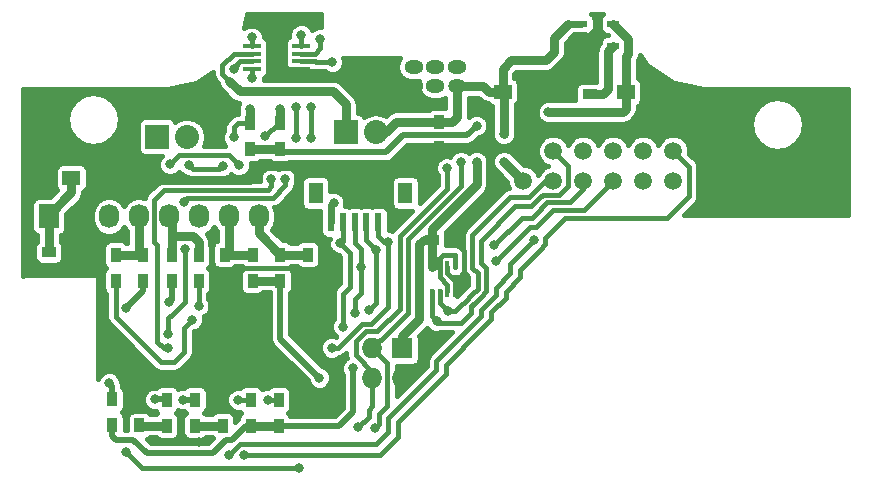
<source format=gtl>
G04 #@! TF.FileFunction,Copper,L1,Top,Signal*
%FSLAX46Y46*%
G04 Gerber Fmt 4.6, Leading zero omitted, Abs format (unit mm)*
G04 Created by KiCad (PCBNEW 4.0.0-rc1-stable) date 30.1.2017 11:30:30*
%MOMM*%
G01*
G04 APERTURE LIST*
%ADD10C,0.100000*%
%ADD11R,1.050000X0.600000*%
%ADD12R,0.350000X0.800000*%
%ADD13R,1.600000X0.400000*%
%ADD14R,1.570000X1.890000*%
%ADD15R,1.727200X2.032000*%
%ADD16O,1.727200X2.032000*%
%ADD17R,1.200000X1.800000*%
%ADD18R,0.600000X1.500000*%
%ADD19R,0.900000X1.200000*%
%ADD20R,2.032000X2.032000*%
%ADD21O,2.032000X2.032000*%
%ADD22C,1.506220*%
%ADD23R,1.500000X1.250000*%
%ADD24R,1.200000X0.900000*%
%ADD25R,1.727200X1.727200*%
%ADD26O,1.727200X1.727200*%
%ADD27O,1.500000X1.200000*%
%ADD28O,1.600000X1.200000*%
%ADD29C,0.800000*%
%ADD30C,0.500000*%
%ADD31C,0.400000*%
%ADD32C,0.800000*%
%ADD33C,0.600000*%
G04 APERTURE END LIST*
D10*
D11*
X50660000Y37830000D03*
X50660000Y39730000D03*
X47960000Y39730000D03*
X47960000Y37830000D03*
X47960000Y38780000D03*
D12*
X35325000Y19265000D03*
X35975000Y19265000D03*
X36625000Y19265000D03*
X37275000Y19265000D03*
X37275000Y16915000D03*
X36625000Y16915000D03*
X35325000Y16915000D03*
X35975000Y16915000D03*
D13*
X24260000Y37855000D03*
X24260000Y37205000D03*
X24260000Y36555000D03*
X24260000Y35905000D03*
X20060000Y35905000D03*
X20060000Y36555000D03*
X20060000Y37855000D03*
X20060000Y37205000D03*
D14*
X22160000Y36880000D03*
D15*
X2890000Y23420000D03*
D16*
X5430000Y23420000D03*
X7970000Y23420000D03*
X10510000Y23420000D03*
X13050000Y23420000D03*
X15590000Y23420000D03*
X18130000Y23420000D03*
X20670000Y23420000D03*
D17*
X33080000Y25410000D03*
X25480000Y25410000D03*
D18*
X31780000Y22910000D03*
X30780000Y22910000D03*
X29780000Y22910000D03*
X28780000Y22910000D03*
X27780000Y22910000D03*
X26780000Y22910000D03*
D19*
X19900000Y31330000D03*
X19900000Y29130000D03*
X22490000Y31330000D03*
X22490000Y29130000D03*
X24805000Y17980000D03*
X24805000Y20180000D03*
X22480000Y20180000D03*
X22480000Y17980000D03*
X17780000Y17980000D03*
X17780000Y20180000D03*
X20130000Y20180000D03*
X20130000Y17980000D03*
X15560000Y17970000D03*
X15560000Y20170000D03*
X13280000Y17970000D03*
X13280000Y20170000D03*
X8540000Y17970000D03*
X8540000Y20170000D03*
X10850000Y17970000D03*
X10850000Y20170000D03*
X19970000Y7900000D03*
X19970000Y5700000D03*
X22340000Y7900000D03*
X22340000Y5700000D03*
X10560000Y5730000D03*
X10560000Y7930000D03*
X17610000Y5700000D03*
X17610000Y7900000D03*
X8260000Y7930000D03*
X8260000Y5730000D03*
D20*
X12020000Y30170000D03*
D21*
X14560000Y30170000D03*
D20*
X28030000Y30540000D03*
D21*
X30570000Y30540000D03*
D22*
X55740000Y26420000D03*
X55740000Y28960000D03*
X43040000Y26420000D03*
X43040000Y28960000D03*
X45580000Y26420000D03*
X45580000Y28960000D03*
X48120000Y26420000D03*
X48120000Y28960000D03*
X50660000Y26420000D03*
X50660000Y28960000D03*
X53200000Y26420000D03*
X53200000Y28960000D03*
D19*
X15260000Y5710000D03*
X15260000Y7910000D03*
X12860000Y5710000D03*
X12860000Y7910000D03*
D23*
X51750000Y33950000D03*
X54250000Y33950000D03*
X4800000Y26680000D03*
X2300000Y26680000D03*
D24*
X2880000Y20400000D03*
X5080000Y20400000D03*
D23*
X41300000Y33990000D03*
X43800000Y33990000D03*
D19*
X35930000Y31410000D03*
X35930000Y29210000D03*
D24*
X35330000Y21450000D03*
X37530000Y21450000D03*
X48670000Y33780000D03*
X46470000Y33780000D03*
D25*
X32810000Y12240000D03*
D26*
X30270000Y12240000D03*
X32810000Y9700000D03*
X30270000Y9700000D03*
D27*
X37430000Y34470000D03*
D28*
X37430000Y36070000D03*
X35600000Y36070000D03*
X33770000Y36070000D03*
X33770000Y34470000D03*
X35600000Y34470000D03*
D29*
X11730000Y4420000D03*
X10010000Y10650000D03*
X15630000Y4280000D03*
X2150000Y29970000D03*
X2040000Y32590000D03*
X26010000Y17980000D03*
X59970000Y27800000D03*
X58130000Y31210000D03*
X64720000Y25540000D03*
X19240000Y14930000D03*
X19240000Y12470000D03*
X34540000Y29210000D03*
X37660000Y18050000D03*
X25790000Y8490000D03*
X53340000Y35940000D03*
X49050000Y37830000D03*
X22160000Y36880000D03*
X30410000Y25680000D03*
X25790000Y9760000D03*
X39100000Y31100000D03*
X28600000Y10560000D03*
X39100000Y28020000D03*
X45180000Y32240000D03*
X26890000Y36500000D03*
X41410000Y30380000D03*
X41410000Y28060000D03*
X18570000Y35910000D03*
X11860000Y7920000D03*
X13150000Y27840000D03*
X18970000Y27750000D03*
X36660000Y15390000D03*
X18920000Y7900000D03*
X13090000Y16190000D03*
X35720000Y14560000D03*
X17620000Y27700000D03*
X14780000Y27750000D03*
X15040000Y14690000D03*
X21480000Y7900000D03*
X27790000Y14080000D03*
X27560000Y21130000D03*
X40600000Y20990000D03*
X26830000Y12300000D03*
X31640000Y21280000D03*
X28820000Y15200000D03*
X40750000Y19650000D03*
X29290000Y19160000D03*
X29960000Y15480000D03*
X30610000Y20590000D03*
X37780000Y28010000D03*
X30480000Y5480000D03*
X36620000Y27510000D03*
X29090000Y5570000D03*
X18550000Y30120000D03*
X19910000Y32550000D03*
X20060000Y35140000D03*
X22920000Y26580000D03*
X14310000Y24680000D03*
X14420000Y20650000D03*
X13010000Y13430000D03*
X25050000Y30020000D03*
X25880000Y38450000D03*
X25050000Y32680000D03*
X27000000Y24580000D03*
X14210000Y7910000D03*
X18170000Y3190000D03*
X43930000Y21390000D03*
X19440000Y3190000D03*
X15560000Y15850000D03*
X9450000Y15700000D03*
X24030000Y2140000D03*
X9440000Y3450000D03*
X21200000Y30200000D03*
X20060000Y38580000D03*
X22490000Y32550000D03*
X21730000Y26580000D03*
X13010000Y12280000D03*
X23850000Y30060000D03*
X24260000Y38780000D03*
X23850000Y32670000D03*
X8000000Y9290000D03*
D30*
X11730000Y4420000D02*
X15490000Y4420000D01*
X9690000Y10500000D02*
X9860000Y10500000D01*
X9860000Y10500000D02*
X10010000Y10650000D01*
X15490000Y4420000D02*
X15630000Y4280000D01*
D31*
X10560000Y7930000D02*
X9690000Y8800000D01*
X9690000Y8800000D02*
X9690000Y10500000D01*
X9690000Y10500000D02*
X9690000Y11330000D01*
X2150000Y26830000D02*
X2150000Y29970000D01*
X2300000Y26680000D02*
X2150000Y26830000D01*
X59970000Y27800000D02*
X62230000Y25540000D01*
X54250000Y33950000D02*
X55390000Y33950000D01*
X55390000Y33950000D02*
X58130000Y31210000D01*
X62230000Y25540000D02*
X64720000Y25540000D01*
X17780000Y16390000D02*
X19240000Y14930000D01*
X17780000Y16390000D02*
X17780000Y17980000D01*
D32*
X22250000Y27720000D02*
X21100000Y27720000D01*
X6490000Y26530000D02*
X6480000Y26520000D01*
X19910000Y26530000D02*
X6490000Y26530000D01*
X21100000Y27720000D02*
X19910000Y26530000D01*
X25790000Y8490000D02*
X26820000Y8490000D01*
X27340000Y10070000D02*
X25640000Y11770000D01*
X27340000Y9010000D02*
X27340000Y10070000D01*
X26820000Y8490000D02*
X27340000Y9010000D01*
X24020000Y27720000D02*
X24020000Y23300000D01*
X26600000Y20500000D02*
X26190000Y20910000D01*
X26190000Y20910000D02*
X26190000Y21130000D01*
X26190000Y21130000D02*
X25550000Y21770000D01*
X26600000Y19790000D02*
X26600000Y17980000D01*
X26600000Y19790000D02*
X26600000Y20500000D01*
X24020000Y23300000D02*
X25550000Y21770000D01*
X24805000Y17980000D02*
X26010000Y17980000D01*
X26010000Y17980000D02*
X26600000Y17980000D01*
X26600000Y13760000D02*
X26600000Y17980000D01*
X25640000Y12800000D02*
X26600000Y13760000D01*
X25640000Y11770000D02*
X25640000Y12800000D01*
D31*
X17780000Y17980000D02*
X18290000Y17980000D01*
X23705000Y19080000D02*
X24805000Y17980000D01*
X19390000Y19080000D02*
X23705000Y19080000D01*
X18290000Y17980000D02*
X19390000Y19080000D01*
D32*
X31900000Y27630000D02*
X31900000Y27640000D01*
X35930000Y29210000D02*
X34540000Y29210000D01*
X34540000Y29210000D02*
X34060000Y29210000D01*
X31900000Y27630000D02*
X30410000Y27630000D01*
X33470000Y29210000D02*
X34060000Y29210000D01*
X31900000Y27640000D02*
X33470000Y29210000D01*
X30410000Y27630000D02*
X30320000Y27720000D01*
X30320000Y27720000D02*
X24020000Y27720000D01*
X24020000Y27720000D02*
X22250000Y27720000D01*
X6530000Y27720000D02*
X6480000Y27670000D01*
D30*
X23210000Y9120000D02*
X23840000Y8490000D01*
X17380000Y9120000D02*
X23210000Y9120000D01*
X23840000Y8490000D02*
X25790000Y8490000D01*
X10560000Y7930000D02*
X10560000Y8930000D01*
X17610000Y8890000D02*
X17610000Y7900000D01*
X17380000Y9120000D02*
X17610000Y8890000D01*
X10750000Y9120000D02*
X17380000Y9120000D01*
X10560000Y8930000D02*
X10750000Y9120000D01*
D31*
X37660000Y18050000D02*
X37380000Y18050000D01*
X37380000Y18050000D02*
X37275000Y17945000D01*
X37660000Y18050000D02*
X37660000Y18330000D01*
D32*
X32810000Y9700000D02*
X33200000Y9700000D01*
X37530000Y21450000D02*
X37530000Y22770000D01*
X37530000Y22770000D02*
X40220000Y25460000D01*
D31*
X37530000Y21450000D02*
X37530000Y20970000D01*
X37530000Y20970000D02*
X38010000Y20490000D01*
X38010000Y20490000D02*
X38010000Y18680000D01*
X38010000Y18680000D02*
X37660000Y18330000D01*
X37660000Y18330000D02*
X37275000Y17945000D01*
D32*
X40220000Y25460000D02*
X40220000Y29210000D01*
X30410000Y27630000D02*
X30410000Y25680000D01*
X22160000Y36880000D02*
X22160000Y35890000D01*
X22160000Y35890000D02*
X22850000Y35200000D01*
X22850000Y35200000D02*
X27490000Y35200000D01*
X27490000Y35200000D02*
X28220000Y34470000D01*
X28220000Y34470000D02*
X33770000Y34470000D01*
X40220000Y29210000D02*
X40220000Y29200000D01*
X40220000Y29200000D02*
X40220000Y29210000D01*
X53340000Y35940000D02*
X54250000Y35030000D01*
X47960000Y37830000D02*
X49050000Y37830000D01*
X54250000Y35030000D02*
X54250000Y33950000D01*
D31*
X36625000Y19115000D02*
X36625000Y18595000D01*
X36625000Y18595000D02*
X37275000Y17945000D01*
X37275000Y17945000D02*
X37275000Y17065000D01*
D32*
X41290000Y29210000D02*
X41290000Y29200000D01*
X41290000Y29200000D02*
X41290000Y29210000D01*
X5430000Y23420000D02*
X6480000Y24470000D01*
X6480000Y24470000D02*
X6480000Y26520000D01*
X6480000Y26520000D02*
X6480000Y27670000D01*
X2300000Y27730000D02*
X2300000Y26680000D01*
X6480000Y27670000D02*
X5890000Y28260000D01*
X5890000Y28260000D02*
X2830000Y28260000D01*
X2830000Y28260000D02*
X2300000Y27730000D01*
X5430000Y23420000D02*
X5080000Y23070000D01*
X5080000Y23070000D02*
X5080000Y20400000D01*
D30*
X22160000Y36880000D02*
X22160000Y36560000D01*
D31*
X22160000Y36560000D02*
X22815000Y35905000D01*
X22815000Y35905000D02*
X24260000Y35905000D01*
D33*
X30410000Y25680000D02*
X31780000Y24310000D01*
X31780000Y24310000D02*
X31780000Y22910000D01*
D32*
X43800000Y33990000D02*
X43800000Y32880000D01*
X43040000Y32120000D02*
X43040000Y28960000D01*
X43800000Y32880000D02*
X43040000Y32120000D01*
X35930000Y29210000D02*
X40220000Y29210000D01*
X40220000Y29210000D02*
X41290000Y29210000D01*
X41290000Y29210000D02*
X42790000Y29210000D01*
X42790000Y29210000D02*
X43040000Y28960000D01*
X47960000Y37830000D02*
X47960000Y35350000D01*
X47960000Y35350000D02*
X46470000Y33860000D01*
X46470000Y33860000D02*
X46470000Y33780000D01*
D33*
X47960000Y38780000D02*
X47960000Y37830000D01*
D32*
X43800000Y33990000D02*
X44010000Y33780000D01*
X44010000Y33780000D02*
X46470000Y33780000D01*
D31*
X37275000Y21175000D02*
X37280000Y21180000D01*
D30*
X8590000Y4500000D02*
X10050000Y4500000D01*
X16750000Y3380000D02*
X17870000Y4500000D01*
X11170000Y3380000D02*
X16750000Y3380000D01*
X10050000Y4500000D02*
X11170000Y3380000D01*
X22480000Y17980000D02*
X22480000Y13070000D01*
X22480000Y13070000D02*
X25790000Y9760000D01*
X22490000Y29130000D02*
X22770000Y28850000D01*
X22770000Y28850000D02*
X31420000Y28850000D01*
X38310000Y30310000D02*
X39100000Y31100000D01*
X32880000Y30310000D02*
X38310000Y30310000D01*
X31420000Y28850000D02*
X32880000Y30310000D01*
D32*
X32810000Y12240000D02*
X32810000Y13320000D01*
X32810000Y13320000D02*
X34240000Y14750000D01*
X20130000Y17980000D02*
X22480000Y17980000D01*
D30*
X24920000Y5700000D02*
X27430000Y5700000D01*
X28600000Y6870000D02*
X28600000Y10560000D01*
X27430000Y5700000D02*
X28600000Y6870000D01*
X17920000Y4500000D02*
X17870000Y4500000D01*
X18380000Y4500000D02*
X19580000Y5700000D01*
X17920000Y4500000D02*
X18380000Y4500000D01*
X8590000Y4500000D02*
X8260000Y4830000D01*
X22340000Y5700000D02*
X24920000Y5700000D01*
X8260000Y5730000D02*
X8260000Y4830000D01*
X19580000Y5700000D02*
X19970000Y5700000D01*
X19730000Y5700000D02*
X19970000Y5700000D01*
D32*
X19970000Y5700000D02*
X22340000Y5700000D01*
X34640000Y21450000D02*
X35330000Y21450000D01*
X34240000Y21050000D02*
X34640000Y21450000D01*
X34240000Y14750000D02*
X34240000Y21050000D01*
X35330000Y21450000D02*
X35330000Y22380000D01*
X39100000Y26150000D02*
X39100000Y28020000D01*
X35330000Y22380000D02*
X39100000Y26150000D01*
X35325000Y19115000D02*
X35325000Y19165000D01*
X35325000Y19165000D02*
X35770000Y19610000D01*
X35330000Y21450000D02*
X35330000Y19120000D01*
X35330000Y19120000D02*
X35325000Y19115000D01*
D31*
X35975000Y19115000D02*
X35975000Y18285000D01*
X36625000Y17635000D02*
X36625000Y17065000D01*
X35975000Y18285000D02*
X36625000Y17635000D01*
X35975000Y19115000D02*
X35975000Y19885000D01*
X35975000Y19885000D02*
X36280000Y20190000D01*
X36280000Y20190000D02*
X37275000Y20190000D01*
X35325000Y19115000D02*
X35975000Y19115000D01*
X37275000Y19115000D02*
X37275000Y20190000D01*
D32*
X51460000Y32240000D02*
X45180000Y32240000D01*
X51750000Y33950000D02*
X51750000Y32530000D01*
X51750000Y32530000D02*
X51460000Y32240000D01*
X39090000Y28010000D02*
X39100000Y28020000D01*
X19900000Y29130000D02*
X22490000Y29130000D01*
X50660000Y39730000D02*
X51940000Y38450000D01*
X51750000Y36960000D02*
X51750000Y33950000D01*
X51940000Y37150000D02*
X51750000Y36960000D01*
X51940000Y38450000D02*
X51940000Y37150000D01*
X30570000Y30540000D02*
X31450000Y30540000D01*
X31450000Y30540000D02*
X32320000Y31410000D01*
X32320000Y31410000D02*
X35930000Y31410000D01*
X35930000Y31410000D02*
X36990000Y31410000D01*
X37430000Y31850000D02*
X37430000Y34470000D01*
X36990000Y31410000D02*
X37430000Y31850000D01*
X37430000Y34470000D02*
X39670000Y34470000D01*
X40150000Y33990000D02*
X41300000Y33990000D01*
X39670000Y34470000D02*
X40150000Y33990000D01*
X37430000Y34180000D02*
X37430000Y34470000D01*
D31*
X25415000Y36555000D02*
X25470000Y36500000D01*
X25470000Y36500000D02*
X26890000Y36500000D01*
X25415000Y36555000D02*
X24260000Y36555000D01*
D32*
X41410000Y33880000D02*
X41410000Y30380000D01*
X41410000Y28050000D02*
X43040000Y26420000D01*
X41410000Y28050000D02*
X41410000Y28060000D01*
X41410000Y33880000D02*
X41300000Y33990000D01*
X46860000Y39730000D02*
X45660000Y38530000D01*
D33*
X47960000Y39730000D02*
X46860000Y39730000D01*
D32*
X41300000Y35930000D02*
X41300000Y33990000D01*
X42030000Y36660000D02*
X41300000Y35930000D01*
X44990000Y36660000D02*
X42030000Y36660000D01*
X45660000Y37330000D02*
X44990000Y36660000D01*
X45660000Y38530000D02*
X45660000Y37330000D01*
D31*
X19105000Y36555000D02*
X18570000Y36020000D01*
X18570000Y36020000D02*
X18570000Y35910000D01*
X20060000Y36555000D02*
X19105000Y36555000D01*
D32*
X2890000Y23420000D02*
X2880000Y23410000D01*
X2880000Y23410000D02*
X2880000Y20400000D01*
X2890000Y23420000D02*
X2890000Y23540000D01*
X2890000Y23540000D02*
X4800000Y25450000D01*
X4800000Y25450000D02*
X4800000Y26680000D01*
X50240000Y35350000D02*
X50240000Y37410000D01*
X49790000Y33780000D02*
X50240000Y34230000D01*
X50240000Y34230000D02*
X50240000Y35350000D01*
X48670000Y33780000D02*
X49790000Y33780000D01*
X50240000Y37410000D02*
X50660000Y37830000D01*
X12860000Y5710000D02*
X10580000Y5710000D01*
X10580000Y5710000D02*
X10560000Y5730000D01*
D30*
X12850000Y7920000D02*
X11860000Y7920000D01*
X12850000Y7920000D02*
X12860000Y7910000D01*
D31*
X18100000Y28620000D02*
X13930000Y28620000D01*
X13930000Y28620000D02*
X13150000Y27840000D01*
X18970000Y27750000D02*
X18100000Y28620000D01*
X19970000Y7900000D02*
X18920000Y7900000D01*
D30*
X13280000Y17970000D02*
X13280000Y16380000D01*
X13280000Y16380000D02*
X13090000Y16190000D01*
D31*
X37790000Y15910000D02*
X37270000Y15390000D01*
X37790000Y15910000D02*
X38080000Y16200000D01*
X38750000Y16870000D02*
X38080000Y16200000D01*
X44870000Y26420000D02*
X43540000Y25090000D01*
X41960000Y25090000D02*
X38750000Y21880000D01*
X43540000Y25090000D02*
X41960000Y25090000D01*
X38750000Y19090000D02*
X39180000Y18660000D01*
X39180000Y18660000D02*
X39180000Y17300000D01*
X39180000Y17300000D02*
X38750000Y16870000D01*
X38750000Y21880000D02*
X38750000Y19090000D01*
X35975000Y16075000D02*
X36660000Y15390000D01*
X35975000Y16075000D02*
X35975000Y17065000D01*
X37270000Y15390000D02*
X36660000Y15390000D01*
X45580000Y26420000D02*
X44870000Y26420000D01*
X35975000Y17065000D02*
X35975000Y16205000D01*
X45580000Y26420000D02*
X45520000Y26420000D01*
X8540000Y17970000D02*
X8540000Y14920000D01*
X8540000Y14920000D02*
X12390000Y11070000D01*
X17620000Y27700000D02*
X17320000Y27400000D01*
X15130000Y27400000D02*
X14780000Y27750000D01*
X17320000Y27400000D02*
X15130000Y27400000D01*
X15040000Y14690000D02*
X14360000Y14010000D01*
X12390000Y11070000D02*
X13490000Y11070000D01*
X13490000Y11070000D02*
X14360000Y11940000D01*
X14360000Y14010000D02*
X14360000Y11940000D01*
X22340000Y7900000D02*
X21480000Y7900000D01*
X35720000Y14560000D02*
X35870000Y14410000D01*
X38660000Y15800000D02*
X38660000Y15280000D01*
X39155000Y16295000D02*
X38660000Y15800000D01*
X35870000Y14410000D02*
X37790000Y14410000D01*
X37790000Y14410000D02*
X38660000Y15280000D01*
X35325000Y14955000D02*
X35720000Y14560000D01*
X35325000Y15895000D02*
X35325000Y14955000D01*
X35325000Y17065000D02*
X35325000Y15895000D01*
X39480000Y16620000D02*
X39930000Y17070000D01*
X39930000Y19040000D02*
X39480000Y19490000D01*
X39930000Y17560000D02*
X39930000Y19040000D01*
X39930000Y17070000D02*
X39930000Y17560000D01*
X43720000Y24270000D02*
X42380000Y24270000D01*
X42380000Y24270000D02*
X39480000Y21370000D01*
X44510000Y25060000D02*
X44710000Y25260000D01*
X39480000Y19490000D02*
X39480000Y21370000D01*
X38760000Y15900000D02*
X39155000Y16295000D01*
X39155000Y16295000D02*
X39480000Y16620000D01*
X44510000Y25060000D02*
X43720000Y24270000D01*
X46080000Y25260000D02*
X46830000Y26010000D01*
X44710000Y25260000D02*
X46080000Y25260000D01*
X46830000Y27710000D02*
X45580000Y28960000D01*
X46830000Y26010000D02*
X46830000Y27710000D01*
X27790000Y14080000D02*
X27790000Y16860000D01*
X28360000Y20330000D02*
X27560000Y21130000D01*
X28360000Y17430000D02*
X28360000Y20330000D01*
X27790000Y16860000D02*
X28360000Y17430000D01*
X27790000Y14080000D02*
X27790000Y16080000D01*
X27790000Y16090000D02*
X27790000Y16080000D01*
X27560000Y21130000D02*
X27790000Y20900000D01*
X44020000Y23530000D02*
X43810000Y23320000D01*
X45100000Y24610000D02*
X44020000Y23530000D01*
X46990000Y24610000D02*
X45100000Y24610000D01*
X48120000Y25740000D02*
X46990000Y24610000D01*
X42930000Y23320000D02*
X40600000Y20990000D01*
X43810000Y23320000D02*
X42930000Y23320000D01*
X27780000Y21350000D02*
X27560000Y21130000D01*
X27780000Y21350000D02*
X27780000Y22910000D01*
X48120000Y26420000D02*
X48120000Y25740000D01*
X26830000Y12300000D02*
X27370000Y12300000D01*
X27370000Y12300000D02*
X29420000Y14350000D01*
X29420000Y14350000D02*
X30200000Y14350000D01*
X30200000Y14350000D02*
X30630000Y14780000D01*
X31640000Y15790000D02*
X30630000Y14780000D01*
X31640000Y21280000D02*
X31640000Y15790000D01*
X30780000Y22910000D02*
X30780000Y21790000D01*
X31290000Y21280000D02*
X31640000Y21280000D01*
X30780000Y21790000D02*
X31290000Y21280000D01*
X28780000Y22910000D02*
X28780000Y21160000D01*
X29290000Y20650000D02*
X29290000Y19160000D01*
X28780000Y21160000D02*
X29290000Y20650000D01*
X29290000Y16910000D02*
X29290000Y19160000D01*
X28820000Y16440000D02*
X28820000Y15200000D01*
X29290000Y16910000D02*
X28820000Y16440000D01*
X41480000Y20390000D02*
X40750000Y19660000D01*
X44100000Y22500000D02*
X43590000Y22500000D01*
X43590000Y22500000D02*
X41480000Y20390000D01*
X46110000Y23970000D02*
X45570000Y23970000D01*
X45570000Y23970000D02*
X44380000Y22780000D01*
X50660000Y26420000D02*
X48210000Y23970000D01*
X48210000Y23970000D02*
X46110000Y23970000D01*
X44380000Y22780000D02*
X44100000Y22500000D01*
X40750000Y19660000D02*
X40750000Y19650000D01*
X30610000Y16130000D02*
X29960000Y15480000D01*
X30610000Y16130000D02*
X30610000Y20590000D01*
X29780000Y21420000D02*
X29780000Y22910000D01*
X29780000Y21420000D02*
X30610000Y20590000D01*
X31680000Y13650000D02*
X33270000Y15240000D01*
X30270000Y12240000D02*
X31680000Y13650000D01*
X33270000Y15240000D02*
X33270000Y21500000D01*
X33270000Y21500000D02*
X37780000Y26010000D01*
X37780000Y26010000D02*
X37780000Y28010000D01*
X30480000Y5480000D02*
X30850000Y5850000D01*
X31540000Y10970000D02*
X30270000Y12240000D01*
X31540000Y7340000D02*
X31540000Y10970000D01*
X30850000Y6650000D02*
X31540000Y7340000D01*
X30850000Y5850000D02*
X30850000Y6650000D01*
X36620000Y27510000D02*
X36620000Y25760000D01*
X28850000Y11650000D02*
X30270000Y10230000D01*
X28850000Y12840000D02*
X28850000Y11650000D01*
X29700000Y13690000D02*
X28850000Y12840000D01*
X30700000Y13690000D02*
X29700000Y13690000D01*
X32600000Y15590000D02*
X30700000Y13690000D01*
X32600000Y21740000D02*
X32600000Y15590000D01*
X36620000Y25760000D02*
X32600000Y21740000D01*
X30270000Y10230000D02*
X30270000Y9700000D01*
X30270000Y9700000D02*
X30270000Y7330000D01*
X29960000Y6440000D02*
X29090000Y5570000D01*
X29960000Y7020000D02*
X29960000Y6440000D01*
X30270000Y7330000D02*
X29960000Y7020000D01*
X30270000Y9700000D02*
X30280000Y9690000D01*
D32*
X10510000Y23420000D02*
X10510000Y20510000D01*
X10510000Y20510000D02*
X10850000Y20170000D01*
X8540000Y20170000D02*
X10850000Y20170000D01*
X15560000Y20170000D02*
X15560000Y21280000D01*
X15050000Y21790000D02*
X13280000Y21790000D01*
X15560000Y21280000D02*
X15050000Y21790000D01*
X13050000Y23420000D02*
X13280000Y23190000D01*
X13280000Y23190000D02*
X13280000Y21790000D01*
X13280000Y21790000D02*
X13280000Y20170000D01*
X18130000Y23420000D02*
X18130000Y20530000D01*
X18130000Y20530000D02*
X17780000Y20180000D01*
X17780000Y20180000D02*
X20130000Y20180000D01*
X22480000Y20180000D02*
X24805000Y20180000D01*
X20670000Y23420000D02*
X20670000Y21990000D01*
X20670000Y21990000D02*
X22480000Y20180000D01*
D31*
X18550000Y30950000D02*
X18930000Y31330000D01*
X18930000Y31330000D02*
X19900000Y31330000D01*
X18550000Y30120000D02*
X18550000Y30950000D01*
D32*
X19900000Y32540000D02*
X19900000Y31330000D01*
X19900000Y32540000D02*
X19910000Y32550000D01*
D31*
X20060000Y35905000D02*
X20060000Y35140000D01*
X22920000Y26580000D02*
X22920000Y26060000D01*
X22920000Y26060000D02*
X21850000Y24990000D01*
X20530000Y24990000D02*
X21850000Y24990000D01*
X14310000Y24680000D02*
X14620000Y24990000D01*
X14620000Y24990000D02*
X20530000Y24990000D01*
X13400000Y15180000D02*
X14420000Y16200000D01*
X14420000Y20650000D02*
X14420000Y19340000D01*
X13010000Y14790000D02*
X13400000Y15180000D01*
X13010000Y13430000D02*
X13010000Y14790000D01*
X14420000Y16200000D02*
X14420000Y19340000D01*
X25880000Y37700000D02*
X25385000Y37205000D01*
X24260000Y37205000D02*
X25385000Y37205000D01*
X25880000Y38450000D02*
X25880000Y37700000D01*
X25050000Y30020000D02*
X25050000Y32680000D01*
D32*
X23370000Y34010000D02*
X26940000Y34010000D01*
X28030000Y32920000D02*
X28030000Y30540000D01*
X26940000Y34010000D02*
X28030000Y32920000D01*
D31*
X18525000Y37205000D02*
X20060000Y37205000D01*
X17580000Y35480000D02*
X18140000Y34920000D01*
X17580000Y36260000D02*
X17580000Y35480000D01*
X18525000Y37205000D02*
X17580000Y36260000D01*
D32*
X19050000Y34010000D02*
X18140000Y34920000D01*
X23370000Y34010000D02*
X19050000Y34010000D01*
D33*
X26780000Y24360000D02*
X27000000Y24580000D01*
X26780000Y24360000D02*
X26780000Y22910000D01*
D32*
X15260000Y5710000D02*
X17600000Y5710000D01*
X17600000Y5710000D02*
X17610000Y5700000D01*
D30*
X15260000Y7910000D02*
X14210000Y7910000D01*
D31*
X19990000Y4130000D02*
X30570000Y4130000D01*
X30570000Y4130000D02*
X31600000Y5160000D01*
X41970000Y18610000D02*
X41970000Y19430000D01*
X40740000Y16730000D02*
X40740000Y17380000D01*
X40740000Y17380000D02*
X41970000Y18610000D01*
X35690000Y11180000D02*
X39480000Y14970000D01*
X39480000Y14970000D02*
X39480000Y15470000D01*
X31600000Y5160000D02*
X31600000Y5480000D01*
X18170000Y3190000D02*
X19110000Y4130000D01*
X31600000Y5480000D02*
X31600000Y6330000D01*
X31600000Y6330000D02*
X35690000Y10420000D01*
X19110000Y4130000D02*
X19990000Y4130000D01*
X35690000Y10420000D02*
X35690000Y11180000D01*
X39480000Y15470000D02*
X40740000Y16730000D01*
X41970000Y19430000D02*
X43930000Y21390000D01*
X19440000Y3190000D02*
X30910000Y3190000D01*
X30910000Y3190000D02*
X32470000Y4750000D01*
X44440000Y20570000D02*
X44920000Y21050000D01*
X44920000Y21050000D02*
X44920000Y21630000D01*
X44920000Y21630000D02*
X46600000Y23310000D01*
X46600000Y23310000D02*
X47390000Y23310000D01*
X41580000Y17060000D02*
X42790000Y18270000D01*
X42790000Y18270000D02*
X42790000Y18920000D01*
X42790000Y18920000D02*
X44440000Y20570000D01*
X40350000Y14720000D02*
X40350000Y15290000D01*
X41580000Y16520000D02*
X41580000Y17060000D01*
X40350000Y15290000D02*
X41580000Y16520000D01*
X39410000Y13780000D02*
X40350000Y14720000D01*
X32470000Y5100000D02*
X32470000Y6030000D01*
X32470000Y6030000D02*
X36510000Y10070000D01*
X36510000Y10070000D02*
X36510000Y10880000D01*
X36510000Y10880000D02*
X39410000Y13780000D01*
X55490000Y23550000D02*
X55250000Y23310000D01*
X55490000Y23550000D02*
X57080000Y25140000D01*
X57080000Y25140000D02*
X57080000Y27620000D01*
X57080000Y27620000D02*
X55740000Y28960000D01*
X55250000Y23310000D02*
X47390000Y23310000D01*
X32470000Y4750000D02*
X32470000Y5100000D01*
X15560000Y17970000D02*
X15560000Y15850000D01*
D30*
X10850000Y17970000D02*
X10850000Y17100000D01*
X10850000Y17100000D02*
X9450000Y15700000D01*
D31*
X10750000Y2140000D02*
X24030000Y2140000D01*
X9440000Y3450000D02*
X10750000Y2140000D01*
X22330000Y31330000D02*
X21200000Y30200000D01*
X22490000Y31330000D02*
X22330000Y31330000D01*
X20060000Y37855000D02*
X20060000Y38580000D01*
D32*
X22490000Y32550000D02*
X22490000Y31330000D01*
D31*
X21730000Y26580000D02*
X21730000Y25960000D01*
X12600000Y25630000D02*
X11780000Y24810000D01*
X21400000Y25630000D02*
X12600000Y25630000D01*
X21730000Y25960000D02*
X21400000Y25630000D01*
X21730000Y26580000D02*
X21740000Y26580000D01*
X12060000Y14290000D02*
X12060000Y12820000D01*
X11780000Y24810000D02*
X11780000Y21260000D01*
X11780000Y21260000D02*
X12060000Y20980000D01*
X12060000Y20980000D02*
X12060000Y14550000D01*
X12600000Y12280000D02*
X13010000Y12280000D01*
X12060000Y14550000D02*
X12060000Y14290000D01*
X12060000Y12820000D02*
X12600000Y12280000D01*
X24260000Y37855000D02*
X24260000Y38780000D01*
X23850000Y30060000D02*
X23850000Y32670000D01*
D30*
X8000000Y9290000D02*
X8260000Y9030000D01*
X8260000Y9030000D02*
X8260000Y7930000D01*
D31*
G36*
X14010215Y6910174D02*
X14354482Y6909874D01*
X14371490Y6883442D01*
X14478988Y6809992D01*
X14383442Y6748510D01*
X14246444Y6548007D01*
X14198246Y6310000D01*
X14198246Y5110000D01*
X14240083Y4887654D01*
X14371490Y4683442D01*
X14571993Y4546444D01*
X14810000Y4498246D01*
X15710000Y4498246D01*
X15932346Y4540083D01*
X16136558Y4671490D01*
X16162871Y4710000D01*
X16697966Y4710000D01*
X16721490Y4673442D01*
X16792703Y4624785D01*
X16397918Y4230000D01*
X11522082Y4230000D01*
X11198389Y4553693D01*
X11232346Y4560083D01*
X11436558Y4691490D01*
X11449205Y4710000D01*
X11954400Y4710000D01*
X11971490Y4683442D01*
X12171993Y4546444D01*
X12410000Y4498246D01*
X13310000Y4498246D01*
X13532346Y4540083D01*
X13736558Y4671490D01*
X13873556Y4871993D01*
X13921754Y5110000D01*
X13921754Y6310000D01*
X13879917Y6532346D01*
X13748510Y6736558D01*
X13641012Y6810008D01*
X13736558Y6871490D01*
X13817630Y6990143D01*
X14010215Y6910174D01*
X14010215Y6910174D01*
G37*
X14010215Y6910174D02*
X14354482Y6909874D01*
X14371490Y6883442D01*
X14478988Y6809992D01*
X14383442Y6748510D01*
X14246444Y6548007D01*
X14198246Y6310000D01*
X14198246Y5110000D01*
X14240083Y4887654D01*
X14371490Y4683442D01*
X14571993Y4546444D01*
X14810000Y4498246D01*
X15710000Y4498246D01*
X15932346Y4540083D01*
X16136558Y4671490D01*
X16162871Y4710000D01*
X16697966Y4710000D01*
X16721490Y4673442D01*
X16792703Y4624785D01*
X16397918Y4230000D01*
X11522082Y4230000D01*
X11198389Y4553693D01*
X11232346Y4560083D01*
X11436558Y4691490D01*
X11449205Y4710000D01*
X11954400Y4710000D01*
X11971490Y4683442D01*
X12171993Y4546444D01*
X12410000Y4498246D01*
X13310000Y4498246D01*
X13532346Y4540083D01*
X13736558Y4671490D01*
X13873556Y4871993D01*
X13921754Y5110000D01*
X13921754Y6310000D01*
X13879917Y6532346D01*
X13748510Y6736558D01*
X13641012Y6810008D01*
X13736558Y6871490D01*
X13817630Y6990143D01*
X14010215Y6910174D01*
G36*
X49708442Y40468510D02*
X49571444Y40268007D01*
X49523246Y40030000D01*
X49523246Y39430000D01*
X49565083Y39207654D01*
X49696490Y39003442D01*
X49896993Y38866444D01*
X50135000Y38818246D01*
X50157540Y38818246D01*
X50234032Y38741754D01*
X50135000Y38741754D01*
X49912654Y38699917D01*
X49708442Y38568510D01*
X49571444Y38368007D01*
X49523246Y38130000D01*
X49523246Y38102669D01*
X49316120Y37792684D01*
X49267619Y37548853D01*
X49240000Y37410000D01*
X49240000Y34841754D01*
X48070000Y34841754D01*
X47847654Y34799917D01*
X47643442Y34668510D01*
X47506444Y34468007D01*
X47458246Y34230000D01*
X47458246Y33330000D01*
X47475181Y33240000D01*
X45180299Y33240000D01*
X44981960Y33240173D01*
X44614286Y33088253D01*
X44332736Y32807194D01*
X44180174Y32439785D01*
X44179827Y32041960D01*
X44331747Y31674286D01*
X44612806Y31392736D01*
X44980215Y31240174D01*
X45378040Y31239827D01*
X45378459Y31240000D01*
X51460000Y31240000D01*
X51842684Y31316120D01*
X52167107Y31532893D01*
X52457107Y31822893D01*
X52673880Y32147316D01*
X52750000Y32530000D01*
X52750000Y32772878D01*
X52926558Y32886490D01*
X53063556Y33086993D01*
X53111754Y33325000D01*
X53111754Y34575000D01*
X53069917Y34797346D01*
X52938510Y35001558D01*
X52750000Y35130362D01*
X52750000Y36596883D01*
X52797890Y36668556D01*
X52863880Y36767316D01*
X52933212Y37115870D01*
X53445517Y36349151D01*
X53624851Y36169817D01*
X55684939Y34793310D01*
X55684940Y34793309D01*
X55771494Y34757458D01*
X55919251Y34696254D01*
X55919256Y34696254D01*
X58349291Y34212890D01*
X58413309Y34212890D01*
X58476100Y34200400D01*
X70526100Y34200400D01*
X70526100Y23562400D01*
X56633770Y23562400D01*
X57645686Y24574315D01*
X57819104Y24833853D01*
X57880000Y25140000D01*
X57880000Y27620000D01*
X57819104Y27926147D01*
X57645685Y28185686D01*
X57092918Y28738453D01*
X57093344Y29227969D01*
X56887780Y29725474D01*
X56507476Y30106442D01*
X56010331Y30312875D01*
X55472031Y30313344D01*
X54974526Y30107780D01*
X54593558Y29727476D01*
X54469951Y29429797D01*
X54347780Y29725474D01*
X53967476Y30106442D01*
X53470331Y30312875D01*
X52932031Y30313344D01*
X52434526Y30107780D01*
X52053558Y29727476D01*
X51929951Y29429797D01*
X51807780Y29725474D01*
X51427476Y30106442D01*
X50930331Y30312875D01*
X50392031Y30313344D01*
X49894526Y30107780D01*
X49513558Y29727476D01*
X49389951Y29429797D01*
X49267780Y29725474D01*
X48887476Y30106442D01*
X48390331Y30312875D01*
X47852031Y30313344D01*
X47354526Y30107780D01*
X46973558Y29727476D01*
X46849951Y29429797D01*
X46727780Y29725474D01*
X46347476Y30106442D01*
X45850331Y30312875D01*
X45312031Y30313344D01*
X44814526Y30107780D01*
X44433558Y29727476D01*
X44227125Y29230331D01*
X44226656Y28692031D01*
X44432220Y28194526D01*
X44812524Y27813558D01*
X45110203Y27689951D01*
X44814526Y27567780D01*
X44433558Y27187476D01*
X44367220Y27027717D01*
X44304315Y26985685D01*
X44280267Y26961637D01*
X44187780Y27185474D01*
X43807476Y27566442D01*
X43310331Y27772875D01*
X43101157Y27773057D01*
X42265120Y28609094D01*
X42258253Y28625714D01*
X41977194Y28907264D01*
X41609785Y29059826D01*
X41211960Y29060173D01*
X40844286Y28908253D01*
X40562736Y28627194D01*
X40410174Y28259785D01*
X40409827Y27861960D01*
X40482284Y27686601D01*
X40486120Y27667316D01*
X40496949Y27651110D01*
X40561747Y27494286D01*
X40682684Y27373138D01*
X40702893Y27342893D01*
X41686836Y26358950D01*
X41686656Y26152031D01*
X41807461Y25859658D01*
X41653853Y25829104D01*
X41394315Y25655686D01*
X38184315Y22445685D01*
X38010896Y22186147D01*
X37950000Y21880000D01*
X37950000Y20592085D01*
X37840685Y20755685D01*
X37581147Y20929104D01*
X37275000Y20990000D01*
X36539729Y20990000D01*
X36541754Y21000000D01*
X36541754Y21900000D01*
X36499917Y22122346D01*
X36494687Y22130473D01*
X39807107Y25442893D01*
X39882472Y25555685D01*
X40023880Y25767317D01*
X40100000Y26150000D01*
X40100000Y28020000D01*
X40100173Y28218040D01*
X39948253Y28585714D01*
X39667194Y28867264D01*
X39299785Y29019826D01*
X38901960Y29020173D01*
X38534286Y28868253D01*
X38435082Y28769222D01*
X38347194Y28857264D01*
X37979785Y29009826D01*
X37581960Y29010173D01*
X37214286Y28858253D01*
X36932736Y28577194D01*
X36892265Y28479730D01*
X36819785Y28509826D01*
X36421960Y28510173D01*
X36054286Y28358253D01*
X35772736Y28077194D01*
X35620174Y27709785D01*
X35619827Y27311960D01*
X35771747Y26944286D01*
X35820000Y26895949D01*
X35820000Y26091371D01*
X34291754Y24563125D01*
X34291754Y26310000D01*
X34249917Y26532346D01*
X34118510Y26736558D01*
X33918007Y26873556D01*
X33680000Y26921754D01*
X32480000Y26921754D01*
X32257654Y26879917D01*
X32053442Y26748510D01*
X31916444Y26548007D01*
X31868246Y26310000D01*
X31868246Y24510000D01*
X31910083Y24287654D01*
X32041490Y24083442D01*
X32241993Y23946444D01*
X32480000Y23898246D01*
X33626876Y23898246D01*
X32034315Y22305685D01*
X31978539Y22222210D01*
X31839785Y22279826D01*
X31691754Y22279955D01*
X31691754Y23660000D01*
X31649917Y23882346D01*
X31518510Y24086558D01*
X31318007Y24223556D01*
X31080000Y24271754D01*
X30480000Y24271754D01*
X30272656Y24232740D01*
X30080000Y24271754D01*
X29480000Y24271754D01*
X29272656Y24232740D01*
X29080000Y24271754D01*
X28480000Y24271754D01*
X28272656Y24232740D01*
X28080000Y24271754D01*
X27954789Y24271754D01*
X27999826Y24380215D01*
X28000173Y24778040D01*
X27848253Y25145714D01*
X27567194Y25427264D01*
X27199785Y25579826D01*
X26801960Y25580173D01*
X26691754Y25534637D01*
X26691754Y26310000D01*
X26649917Y26532346D01*
X26518510Y26736558D01*
X26318007Y26873556D01*
X26080000Y26921754D01*
X24880000Y26921754D01*
X24657654Y26879917D01*
X24453442Y26748510D01*
X24316444Y26548007D01*
X24268246Y26310000D01*
X24268246Y24510000D01*
X24310083Y24287654D01*
X24441490Y24083442D01*
X24641993Y23946444D01*
X24880000Y23898246D01*
X25880000Y23898246D01*
X25880000Y23718043D01*
X25868246Y23660000D01*
X25868246Y22160000D01*
X25910083Y21937654D01*
X26041490Y21733442D01*
X26241993Y21596444D01*
X26480000Y21548246D01*
X26650887Y21548246D01*
X26560174Y21329785D01*
X26559827Y20931960D01*
X26711747Y20564286D01*
X26992806Y20282736D01*
X27360215Y20130174D01*
X27428515Y20130114D01*
X27560000Y19998629D01*
X27560000Y17761371D01*
X27224315Y17425685D01*
X27050896Y17166147D01*
X26990000Y16860000D01*
X26990000Y14694376D01*
X26942736Y14647194D01*
X26790174Y14279785D01*
X26789827Y13881960D01*
X26941747Y13514286D01*
X27197108Y13258479D01*
X27177231Y13238601D01*
X27029785Y13299826D01*
X26631960Y13300173D01*
X26264286Y13148253D01*
X25982736Y12867194D01*
X25830174Y12499785D01*
X25829827Y12101960D01*
X25981747Y11734286D01*
X26262806Y11452736D01*
X26630215Y11300174D01*
X27028040Y11299827D01*
X27395714Y11451747D01*
X27462478Y11518395D01*
X27676147Y11560896D01*
X27935685Y11734315D01*
X28050000Y11848630D01*
X28050000Y11650000D01*
X28091771Y11440001D01*
X28093241Y11432613D01*
X28034286Y11408253D01*
X27752736Y11127194D01*
X27600174Y10759785D01*
X27599827Y10361960D01*
X27750000Y9998514D01*
X27750000Y7222082D01*
X27077918Y6550000D01*
X23342122Y6550000D01*
X23228510Y6726558D01*
X23121012Y6800008D01*
X23216558Y6861490D01*
X23353556Y7061993D01*
X23401754Y7300000D01*
X23401754Y8500000D01*
X23359917Y8722346D01*
X23228510Y8926558D01*
X23028007Y9063556D01*
X22790000Y9111754D01*
X21890000Y9111754D01*
X21667654Y9069917D01*
X21463442Y8938510D01*
X21437155Y8900038D01*
X21281960Y8900173D01*
X20960862Y8767498D01*
X20858510Y8926558D01*
X20658007Y9063556D01*
X20420000Y9111754D01*
X19520000Y9111754D01*
X19297654Y9069917D01*
X19093442Y8938510D01*
X19067042Y8899872D01*
X18721960Y8900173D01*
X18354286Y8748253D01*
X18072736Y8467194D01*
X17920174Y8099785D01*
X17919827Y7701960D01*
X18071747Y7334286D01*
X18352806Y7052736D01*
X18720215Y6900174D01*
X19064482Y6899874D01*
X19081490Y6873442D01*
X19188988Y6799992D01*
X19093442Y6738510D01*
X18956444Y6538007D01*
X18908246Y6300000D01*
X18908246Y6230328D01*
X18671754Y5993836D01*
X18671754Y6300000D01*
X18629917Y6522346D01*
X18498510Y6726558D01*
X18298007Y6863556D01*
X18060000Y6911754D01*
X17160000Y6911754D01*
X16937654Y6869917D01*
X16733442Y6738510D01*
X16713962Y6710000D01*
X16165600Y6710000D01*
X16148510Y6736558D01*
X16041012Y6810008D01*
X16136558Y6871490D01*
X16273556Y7071993D01*
X16321754Y7310000D01*
X16321754Y8510000D01*
X16279917Y8732346D01*
X16148510Y8936558D01*
X15948007Y9073556D01*
X15710000Y9121754D01*
X14810000Y9121754D01*
X14587654Y9079917D01*
X14383442Y8948510D01*
X14357042Y8909872D01*
X14011960Y8910173D01*
X13817257Y8829723D01*
X13748510Y8936558D01*
X13548007Y9073556D01*
X13310000Y9121754D01*
X12410000Y9121754D01*
X12187654Y9079917D01*
X11983442Y8948510D01*
X11963900Y8919910D01*
X11661960Y8920173D01*
X11294286Y8768253D01*
X11012736Y8487194D01*
X10860174Y8119785D01*
X10859827Y7721960D01*
X11011747Y7354286D01*
X11292806Y7072736D01*
X11660215Y6920174D01*
X11948015Y6919923D01*
X11971490Y6883442D01*
X12078988Y6809992D01*
X11983442Y6748510D01*
X11957129Y6710000D01*
X11478469Y6710000D01*
X11448510Y6756558D01*
X11248007Y6893556D01*
X11010000Y6941754D01*
X10110000Y6941754D01*
X9887654Y6899917D01*
X9683442Y6768510D01*
X9546444Y6568007D01*
X9498246Y6330000D01*
X9498246Y5350000D01*
X9321754Y5350000D01*
X9321754Y6330000D01*
X9279917Y6552346D01*
X9148510Y6756558D01*
X9041012Y6830008D01*
X9136558Y6891490D01*
X9273556Y7091993D01*
X9321754Y7330000D01*
X9321754Y8530000D01*
X9279917Y8752346D01*
X9148510Y8956558D01*
X9110000Y8982871D01*
X9110000Y9029995D01*
X9110001Y9030000D01*
X9045298Y9355281D01*
X9019525Y9393853D01*
X9000116Y9422900D01*
X9000173Y9488040D01*
X8848253Y9855714D01*
X8567194Y10137264D01*
X8199785Y10289826D01*
X7801960Y10290173D01*
X7434286Y10138253D01*
X7152736Y9857194D01*
X7080000Y9682027D01*
X7080000Y18260000D01*
X7066322Y18332691D01*
X7023362Y18399454D01*
X6957811Y18444243D01*
X6880000Y18460000D01*
X870000Y18460000D01*
X797199Y18446279D01*
X730462Y18403279D01*
X706100Y18367580D01*
X706100Y24436000D01*
X1414646Y24436000D01*
X1414646Y22404000D01*
X1456483Y22181654D01*
X1587890Y21977442D01*
X1788393Y21840444D01*
X1880000Y21821893D01*
X1880000Y21305600D01*
X1853442Y21288510D01*
X1716444Y21088007D01*
X1668246Y20850000D01*
X1668246Y19950000D01*
X1710083Y19727654D01*
X1841490Y19523442D01*
X2041993Y19386444D01*
X2280000Y19338246D01*
X3480000Y19338246D01*
X3702346Y19380083D01*
X3906558Y19511490D01*
X4043556Y19711993D01*
X4091754Y19950000D01*
X4091754Y20850000D01*
X4049917Y21072346D01*
X3918510Y21276558D01*
X3880000Y21302871D01*
X3880000Y21816030D01*
X3975946Y21834083D01*
X4180158Y21965490D01*
X4317156Y22165993D01*
X4365354Y22404000D01*
X4365354Y23601140D01*
X4368273Y23604059D01*
X6506400Y23604059D01*
X6506400Y23235941D01*
X6617810Y22675846D01*
X6935079Y22201020D01*
X7409905Y21883751D01*
X7970000Y21772341D01*
X8530095Y21883751D01*
X9004921Y22201020D01*
X9240000Y22552840D01*
X9475079Y22201020D01*
X9510000Y22177687D01*
X9510000Y21170000D01*
X9445600Y21170000D01*
X9428510Y21196558D01*
X9228007Y21333556D01*
X8990000Y21381754D01*
X8090000Y21381754D01*
X7867654Y21339917D01*
X7663442Y21208510D01*
X7526444Y21008007D01*
X7478246Y20770000D01*
X7478246Y19570000D01*
X7520083Y19347654D01*
X7651490Y19143442D01*
X7758988Y19069992D01*
X7663442Y19008510D01*
X7526444Y18808007D01*
X7478246Y18570000D01*
X7478246Y17370000D01*
X7520083Y17147654D01*
X7651490Y16943442D01*
X7740000Y16882966D01*
X7740000Y14920000D01*
X7796826Y14634315D01*
X7800896Y14613853D01*
X7974315Y14354315D01*
X11824314Y10504315D01*
X12037363Y10361960D01*
X12083853Y10330896D01*
X12390000Y10270000D01*
X13490000Y10270000D01*
X13796147Y10330896D01*
X14055685Y10504315D01*
X14925686Y11374315D01*
X15099104Y11633853D01*
X15160000Y11940000D01*
X15160000Y13678630D01*
X15171256Y13689885D01*
X15238040Y13689827D01*
X15605714Y13841747D01*
X15887264Y14122806D01*
X16039826Y14490215D01*
X16040173Y14888040D01*
X16012516Y14954975D01*
X16125714Y15001747D01*
X16407264Y15282806D01*
X16559826Y15650215D01*
X16560173Y16048040D01*
X16408253Y16415714D01*
X16360000Y16464051D01*
X16360000Y16882226D01*
X16436558Y16931490D01*
X16573556Y17131993D01*
X16621754Y17370000D01*
X16621754Y18570000D01*
X16579917Y18792346D01*
X16448510Y18996558D01*
X16341012Y19070008D01*
X16436558Y19131490D01*
X16573556Y19331993D01*
X16621754Y19570000D01*
X16621754Y20770000D01*
X16579917Y20992346D01*
X16560000Y21023298D01*
X16560000Y21280000D01*
X16546076Y21350000D01*
X16483880Y21662684D01*
X16278734Y21969705D01*
X16624921Y22201020D01*
X16860000Y22552840D01*
X17095079Y22201020D01*
X17130000Y22177687D01*
X17130000Y21354122D01*
X17107654Y21349917D01*
X16903442Y21218510D01*
X16766444Y21018007D01*
X16718246Y20780000D01*
X16718246Y19580000D01*
X16760083Y19357654D01*
X16891490Y19153442D01*
X17091993Y19016444D01*
X17330000Y18968246D01*
X18230000Y18968246D01*
X18452346Y19010083D01*
X18656558Y19141490D01*
X18682871Y19180000D01*
X19224400Y19180000D01*
X19241490Y19153442D01*
X19348988Y19079992D01*
X19253442Y19018510D01*
X19116444Y18818007D01*
X19068246Y18580000D01*
X19068246Y17380000D01*
X19110083Y17157654D01*
X19241490Y16953442D01*
X19441993Y16816444D01*
X19680000Y16768246D01*
X20580000Y16768246D01*
X20802346Y16810083D01*
X21006558Y16941490D01*
X21032871Y16980000D01*
X21574400Y16980000D01*
X21591490Y16953442D01*
X21630000Y16927129D01*
X21630000Y13070000D01*
X21694702Y12744719D01*
X21878959Y12468959D01*
X24792551Y9555367D01*
X24941747Y9194286D01*
X25222806Y8912736D01*
X25590215Y8760174D01*
X25988040Y8759827D01*
X26355714Y8911747D01*
X26637264Y9192806D01*
X26789826Y9560215D01*
X26790173Y9958040D01*
X26638253Y10325714D01*
X26357194Y10607264D01*
X25994011Y10758071D01*
X23330000Y13422082D01*
X23330000Y16924400D01*
X23356558Y16941490D01*
X23493556Y17141993D01*
X23541754Y17380000D01*
X23541754Y18580000D01*
X23499917Y18802346D01*
X23368510Y19006558D01*
X23261012Y19080008D01*
X23356558Y19141490D01*
X23382871Y19180000D01*
X23899400Y19180000D01*
X23916490Y19153442D01*
X24116993Y19016444D01*
X24355000Y18968246D01*
X25255000Y18968246D01*
X25477346Y19010083D01*
X25681558Y19141490D01*
X25818556Y19341993D01*
X25866754Y19580000D01*
X25866754Y20780000D01*
X25824917Y21002346D01*
X25693510Y21206558D01*
X25493007Y21343556D01*
X25255000Y21391754D01*
X24355000Y21391754D01*
X24132654Y21349917D01*
X23928442Y21218510D01*
X23902129Y21180000D01*
X23385600Y21180000D01*
X23368510Y21206558D01*
X23168007Y21343556D01*
X22930000Y21391754D01*
X22682459Y21391754D01*
X21772322Y22301892D01*
X22022190Y22675846D01*
X22133600Y23235941D01*
X22133600Y23604059D01*
X22022190Y24164154D01*
X21986746Y24217200D01*
X22156147Y24250896D01*
X22415685Y24424315D01*
X23485686Y25494315D01*
X23610355Y25680896D01*
X23659104Y25753853D01*
X23696577Y25942242D01*
X23767264Y26012806D01*
X23919826Y26380215D01*
X23920173Y26778040D01*
X23768253Y27145714D01*
X23487194Y27427264D01*
X23119785Y27579826D01*
X22721960Y27580173D01*
X22354286Y27428253D01*
X22325196Y27399213D01*
X22297194Y27427264D01*
X21929785Y27579826D01*
X21531960Y27580173D01*
X21164286Y27428253D01*
X20882736Y27147194D01*
X20730174Y26779785D01*
X20729869Y26430000D01*
X12600000Y26430000D01*
X12317864Y26373880D01*
X12293853Y26369104D01*
X12034314Y26195685D01*
X11214315Y25375685D01*
X11040896Y25116147D01*
X11011412Y24967922D01*
X10510000Y25067659D01*
X9949905Y24956249D01*
X9475079Y24638980D01*
X9240000Y24287160D01*
X9004921Y24638980D01*
X8530095Y24956249D01*
X7970000Y25067659D01*
X7409905Y24956249D01*
X6935079Y24638980D01*
X6617810Y24164154D01*
X6506400Y23604059D01*
X4368273Y23604059D01*
X5507107Y24742893D01*
X5723880Y25067316D01*
X5800000Y25450000D01*
X5800000Y25502878D01*
X5976558Y25616490D01*
X6113556Y25816993D01*
X6161754Y26055000D01*
X6161754Y27305000D01*
X6119917Y27527346D01*
X5988510Y27731558D01*
X5788007Y27868556D01*
X5550000Y27916754D01*
X4050000Y27916754D01*
X3827654Y27874917D01*
X3623442Y27743510D01*
X3486444Y27543007D01*
X3438246Y27305000D01*
X3438246Y26055000D01*
X3480083Y25832654D01*
X3592985Y25657199D01*
X2983540Y25047754D01*
X2026400Y25047754D01*
X1804054Y25005917D01*
X1599842Y24874510D01*
X1462844Y24674007D01*
X1414646Y24436000D01*
X706100Y24436000D01*
X706100Y31638398D01*
X4410100Y31638398D01*
X4581371Y30777360D01*
X5069110Y30047408D01*
X5799062Y29559669D01*
X6660100Y29388398D01*
X7521138Y29559669D01*
X8251090Y30047408D01*
X8738829Y30777360D01*
X8910100Y31638398D01*
X8738829Y32499436D01*
X8251090Y33229388D01*
X7521138Y33717127D01*
X6660100Y33888398D01*
X5799062Y33717127D01*
X5069110Y33229388D01*
X4581371Y32499436D01*
X4410100Y31638398D01*
X706100Y31638398D01*
X706100Y34200400D01*
X12756100Y34200400D01*
X12818891Y34212890D01*
X12882909Y34212890D01*
X15312943Y34696254D01*
X15312949Y34696254D01*
X15478632Y34764883D01*
X15547260Y34793309D01*
X15547261Y34793310D01*
X16780000Y35617000D01*
X16780000Y35480000D01*
X16838330Y35186754D01*
X16840896Y35173853D01*
X17014315Y34914315D01*
X17172619Y34756010D01*
X17216120Y34537316D01*
X17432893Y34212893D01*
X18342893Y33302893D01*
X18667317Y33086120D01*
X19020649Y33015838D01*
X18991569Y32945804D01*
X18976120Y32922684D01*
X18970743Y32895650D01*
X18910174Y32749785D01*
X18910035Y32590450D01*
X18900000Y32540000D01*
X18900000Y32187847D01*
X18886444Y32168007D01*
X18876596Y32119377D01*
X18623853Y32069104D01*
X18364314Y31895685D01*
X17984315Y31515685D01*
X17810896Y31256147D01*
X17750000Y30950000D01*
X17750000Y30734376D01*
X17702736Y30687194D01*
X17550174Y30319785D01*
X17549827Y29921960D01*
X17701747Y29554286D01*
X17835799Y29420000D01*
X15996727Y29420000D01*
X16084648Y29551584D01*
X16207659Y30170000D01*
X16084648Y30788416D01*
X15734344Y31312685D01*
X15210075Y31662989D01*
X14591659Y31786000D01*
X14528341Y31786000D01*
X13909925Y31662989D01*
X13582736Y31444369D01*
X13474510Y31612558D01*
X13274007Y31749556D01*
X13036000Y31797754D01*
X11004000Y31797754D01*
X10781654Y31755917D01*
X10577442Y31624510D01*
X10440444Y31424007D01*
X10392246Y31186000D01*
X10392246Y29154000D01*
X10434083Y28931654D01*
X10565490Y28727442D01*
X10765993Y28590444D01*
X11004000Y28542246D01*
X12438024Y28542246D01*
X12302736Y28407194D01*
X12150174Y28039785D01*
X12149827Y27641960D01*
X12301747Y27274286D01*
X12582806Y26992736D01*
X12950215Y26840174D01*
X13348040Y26839827D01*
X13715714Y26991747D01*
X13924984Y27200653D01*
X13931747Y27184286D01*
X14212806Y26902736D01*
X14580215Y26750174D01*
X14690383Y26750078D01*
X14823853Y26660896D01*
X15130000Y26600000D01*
X17320000Y26600000D01*
X17626147Y26660896D01*
X17684585Y26699943D01*
X17818040Y26699827D01*
X18185714Y26851747D01*
X18319944Y26985743D01*
X18402806Y26902736D01*
X18770215Y26750174D01*
X19168040Y26749827D01*
X19535714Y26901747D01*
X19817264Y27182806D01*
X19969826Y27550215D01*
X19970147Y27918246D01*
X20350000Y27918246D01*
X20572346Y27960083D01*
X20776558Y28091490D01*
X20802871Y28130000D01*
X21584400Y28130000D01*
X21601490Y28103442D01*
X21801993Y27966444D01*
X22040000Y27918246D01*
X22940000Y27918246D01*
X23162346Y27960083D01*
X23224379Y28000000D01*
X31420000Y28000000D01*
X31745281Y28064702D01*
X32021041Y28248959D01*
X33232082Y29460000D01*
X38310000Y29460000D01*
X38635281Y29524702D01*
X38911041Y29708959D01*
X39304633Y30102551D01*
X39665714Y30251747D01*
X39947264Y30532806D01*
X40099826Y30900215D01*
X40100173Y31298040D01*
X39948253Y31665714D01*
X39667194Y31947264D01*
X39299785Y32099826D01*
X38901960Y32100173D01*
X38534286Y31948253D01*
X38428548Y31842699D01*
X38430000Y31850000D01*
X38430000Y33470000D01*
X39255787Y33470000D01*
X39442891Y33282896D01*
X39442893Y33282893D01*
X39522969Y33229388D01*
X39767316Y33066120D01*
X40067791Y33006351D01*
X40111490Y32938442D01*
X40311993Y32801444D01*
X40410000Y32781597D01*
X40410000Y30380299D01*
X40409827Y30181960D01*
X40561747Y29814286D01*
X40842806Y29532736D01*
X41210215Y29380174D01*
X41608040Y29379827D01*
X41975714Y29531747D01*
X42257264Y29812806D01*
X42409826Y30180215D01*
X42410173Y30578040D01*
X42410000Y30578459D01*
X42410000Y31205400D01*
X62322100Y31205400D01*
X62493371Y30344362D01*
X62981110Y29614410D01*
X63711062Y29126671D01*
X64572100Y28955400D01*
X65433138Y29126671D01*
X66163090Y29614410D01*
X66650829Y30344362D01*
X66822100Y31205400D01*
X66650829Y32066438D01*
X66163090Y32796390D01*
X65433138Y33284129D01*
X64572100Y33455400D01*
X63711062Y33284129D01*
X62981110Y32796390D01*
X62493371Y32066438D01*
X62322100Y31205400D01*
X42410000Y31205400D01*
X42410000Y32883661D01*
X42476558Y32926490D01*
X42613556Y33126993D01*
X42661754Y33365000D01*
X42661754Y34615000D01*
X42619917Y34837346D01*
X42488510Y35041558D01*
X42300000Y35170362D01*
X42300000Y35515786D01*
X42444214Y35660000D01*
X44990000Y35660000D01*
X45372684Y35736120D01*
X45697107Y35952893D01*
X46367107Y36622893D01*
X46417319Y36698040D01*
X46583880Y36947317D01*
X46660000Y37330000D01*
X46660000Y38115786D01*
X47374214Y38830000D01*
X47376957Y38830000D01*
X47435000Y38818246D01*
X48485000Y38818246D01*
X48707346Y38860083D01*
X48911558Y38991490D01*
X49048556Y39191993D01*
X49096754Y39430000D01*
X49096754Y40030000D01*
X49054917Y40252346D01*
X48923510Y40456558D01*
X48786168Y40550400D01*
X49835703Y40550400D01*
X49708442Y40468510D01*
X49708442Y40468510D01*
G37*
X49708442Y40468510D02*
X49571444Y40268007D01*
X49523246Y40030000D01*
X49523246Y39430000D01*
X49565083Y39207654D01*
X49696490Y39003442D01*
X49896993Y38866444D01*
X50135000Y38818246D01*
X50157540Y38818246D01*
X50234032Y38741754D01*
X50135000Y38741754D01*
X49912654Y38699917D01*
X49708442Y38568510D01*
X49571444Y38368007D01*
X49523246Y38130000D01*
X49523246Y38102669D01*
X49316120Y37792684D01*
X49267619Y37548853D01*
X49240000Y37410000D01*
X49240000Y34841754D01*
X48070000Y34841754D01*
X47847654Y34799917D01*
X47643442Y34668510D01*
X47506444Y34468007D01*
X47458246Y34230000D01*
X47458246Y33330000D01*
X47475181Y33240000D01*
X45180299Y33240000D01*
X44981960Y33240173D01*
X44614286Y33088253D01*
X44332736Y32807194D01*
X44180174Y32439785D01*
X44179827Y32041960D01*
X44331747Y31674286D01*
X44612806Y31392736D01*
X44980215Y31240174D01*
X45378040Y31239827D01*
X45378459Y31240000D01*
X51460000Y31240000D01*
X51842684Y31316120D01*
X52167107Y31532893D01*
X52457107Y31822893D01*
X52673880Y32147316D01*
X52750000Y32530000D01*
X52750000Y32772878D01*
X52926558Y32886490D01*
X53063556Y33086993D01*
X53111754Y33325000D01*
X53111754Y34575000D01*
X53069917Y34797346D01*
X52938510Y35001558D01*
X52750000Y35130362D01*
X52750000Y36596883D01*
X52797890Y36668556D01*
X52863880Y36767316D01*
X52933212Y37115870D01*
X53445517Y36349151D01*
X53624851Y36169817D01*
X55684939Y34793310D01*
X55684940Y34793309D01*
X55771494Y34757458D01*
X55919251Y34696254D01*
X55919256Y34696254D01*
X58349291Y34212890D01*
X58413309Y34212890D01*
X58476100Y34200400D01*
X70526100Y34200400D01*
X70526100Y23562400D01*
X56633770Y23562400D01*
X57645686Y24574315D01*
X57819104Y24833853D01*
X57880000Y25140000D01*
X57880000Y27620000D01*
X57819104Y27926147D01*
X57645685Y28185686D01*
X57092918Y28738453D01*
X57093344Y29227969D01*
X56887780Y29725474D01*
X56507476Y30106442D01*
X56010331Y30312875D01*
X55472031Y30313344D01*
X54974526Y30107780D01*
X54593558Y29727476D01*
X54469951Y29429797D01*
X54347780Y29725474D01*
X53967476Y30106442D01*
X53470331Y30312875D01*
X52932031Y30313344D01*
X52434526Y30107780D01*
X52053558Y29727476D01*
X51929951Y29429797D01*
X51807780Y29725474D01*
X51427476Y30106442D01*
X50930331Y30312875D01*
X50392031Y30313344D01*
X49894526Y30107780D01*
X49513558Y29727476D01*
X49389951Y29429797D01*
X49267780Y29725474D01*
X48887476Y30106442D01*
X48390331Y30312875D01*
X47852031Y30313344D01*
X47354526Y30107780D01*
X46973558Y29727476D01*
X46849951Y29429797D01*
X46727780Y29725474D01*
X46347476Y30106442D01*
X45850331Y30312875D01*
X45312031Y30313344D01*
X44814526Y30107780D01*
X44433558Y29727476D01*
X44227125Y29230331D01*
X44226656Y28692031D01*
X44432220Y28194526D01*
X44812524Y27813558D01*
X45110203Y27689951D01*
X44814526Y27567780D01*
X44433558Y27187476D01*
X44367220Y27027717D01*
X44304315Y26985685D01*
X44280267Y26961637D01*
X44187780Y27185474D01*
X43807476Y27566442D01*
X43310331Y27772875D01*
X43101157Y27773057D01*
X42265120Y28609094D01*
X42258253Y28625714D01*
X41977194Y28907264D01*
X41609785Y29059826D01*
X41211960Y29060173D01*
X40844286Y28908253D01*
X40562736Y28627194D01*
X40410174Y28259785D01*
X40409827Y27861960D01*
X40482284Y27686601D01*
X40486120Y27667316D01*
X40496949Y27651110D01*
X40561747Y27494286D01*
X40682684Y27373138D01*
X40702893Y27342893D01*
X41686836Y26358950D01*
X41686656Y26152031D01*
X41807461Y25859658D01*
X41653853Y25829104D01*
X41394315Y25655686D01*
X38184315Y22445685D01*
X38010896Y22186147D01*
X37950000Y21880000D01*
X37950000Y20592085D01*
X37840685Y20755685D01*
X37581147Y20929104D01*
X37275000Y20990000D01*
X36539729Y20990000D01*
X36541754Y21000000D01*
X36541754Y21900000D01*
X36499917Y22122346D01*
X36494687Y22130473D01*
X39807107Y25442893D01*
X39882472Y25555685D01*
X40023880Y25767317D01*
X40100000Y26150000D01*
X40100000Y28020000D01*
X40100173Y28218040D01*
X39948253Y28585714D01*
X39667194Y28867264D01*
X39299785Y29019826D01*
X38901960Y29020173D01*
X38534286Y28868253D01*
X38435082Y28769222D01*
X38347194Y28857264D01*
X37979785Y29009826D01*
X37581960Y29010173D01*
X37214286Y28858253D01*
X36932736Y28577194D01*
X36892265Y28479730D01*
X36819785Y28509826D01*
X36421960Y28510173D01*
X36054286Y28358253D01*
X35772736Y28077194D01*
X35620174Y27709785D01*
X35619827Y27311960D01*
X35771747Y26944286D01*
X35820000Y26895949D01*
X35820000Y26091371D01*
X34291754Y24563125D01*
X34291754Y26310000D01*
X34249917Y26532346D01*
X34118510Y26736558D01*
X33918007Y26873556D01*
X33680000Y26921754D01*
X32480000Y26921754D01*
X32257654Y26879917D01*
X32053442Y26748510D01*
X31916444Y26548007D01*
X31868246Y26310000D01*
X31868246Y24510000D01*
X31910083Y24287654D01*
X32041490Y24083442D01*
X32241993Y23946444D01*
X32480000Y23898246D01*
X33626876Y23898246D01*
X32034315Y22305685D01*
X31978539Y22222210D01*
X31839785Y22279826D01*
X31691754Y22279955D01*
X31691754Y23660000D01*
X31649917Y23882346D01*
X31518510Y24086558D01*
X31318007Y24223556D01*
X31080000Y24271754D01*
X30480000Y24271754D01*
X30272656Y24232740D01*
X30080000Y24271754D01*
X29480000Y24271754D01*
X29272656Y24232740D01*
X29080000Y24271754D01*
X28480000Y24271754D01*
X28272656Y24232740D01*
X28080000Y24271754D01*
X27954789Y24271754D01*
X27999826Y24380215D01*
X28000173Y24778040D01*
X27848253Y25145714D01*
X27567194Y25427264D01*
X27199785Y25579826D01*
X26801960Y25580173D01*
X26691754Y25534637D01*
X26691754Y26310000D01*
X26649917Y26532346D01*
X26518510Y26736558D01*
X26318007Y26873556D01*
X26080000Y26921754D01*
X24880000Y26921754D01*
X24657654Y26879917D01*
X24453442Y26748510D01*
X24316444Y26548007D01*
X24268246Y26310000D01*
X24268246Y24510000D01*
X24310083Y24287654D01*
X24441490Y24083442D01*
X24641993Y23946444D01*
X24880000Y23898246D01*
X25880000Y23898246D01*
X25880000Y23718043D01*
X25868246Y23660000D01*
X25868246Y22160000D01*
X25910083Y21937654D01*
X26041490Y21733442D01*
X26241993Y21596444D01*
X26480000Y21548246D01*
X26650887Y21548246D01*
X26560174Y21329785D01*
X26559827Y20931960D01*
X26711747Y20564286D01*
X26992806Y20282736D01*
X27360215Y20130174D01*
X27428515Y20130114D01*
X27560000Y19998629D01*
X27560000Y17761371D01*
X27224315Y17425685D01*
X27050896Y17166147D01*
X26990000Y16860000D01*
X26990000Y14694376D01*
X26942736Y14647194D01*
X26790174Y14279785D01*
X26789827Y13881960D01*
X26941747Y13514286D01*
X27197108Y13258479D01*
X27177231Y13238601D01*
X27029785Y13299826D01*
X26631960Y13300173D01*
X26264286Y13148253D01*
X25982736Y12867194D01*
X25830174Y12499785D01*
X25829827Y12101960D01*
X25981747Y11734286D01*
X26262806Y11452736D01*
X26630215Y11300174D01*
X27028040Y11299827D01*
X27395714Y11451747D01*
X27462478Y11518395D01*
X27676147Y11560896D01*
X27935685Y11734315D01*
X28050000Y11848630D01*
X28050000Y11650000D01*
X28091771Y11440001D01*
X28093241Y11432613D01*
X28034286Y11408253D01*
X27752736Y11127194D01*
X27600174Y10759785D01*
X27599827Y10361960D01*
X27750000Y9998514D01*
X27750000Y7222082D01*
X27077918Y6550000D01*
X23342122Y6550000D01*
X23228510Y6726558D01*
X23121012Y6800008D01*
X23216558Y6861490D01*
X23353556Y7061993D01*
X23401754Y7300000D01*
X23401754Y8500000D01*
X23359917Y8722346D01*
X23228510Y8926558D01*
X23028007Y9063556D01*
X22790000Y9111754D01*
X21890000Y9111754D01*
X21667654Y9069917D01*
X21463442Y8938510D01*
X21437155Y8900038D01*
X21281960Y8900173D01*
X20960862Y8767498D01*
X20858510Y8926558D01*
X20658007Y9063556D01*
X20420000Y9111754D01*
X19520000Y9111754D01*
X19297654Y9069917D01*
X19093442Y8938510D01*
X19067042Y8899872D01*
X18721960Y8900173D01*
X18354286Y8748253D01*
X18072736Y8467194D01*
X17920174Y8099785D01*
X17919827Y7701960D01*
X18071747Y7334286D01*
X18352806Y7052736D01*
X18720215Y6900174D01*
X19064482Y6899874D01*
X19081490Y6873442D01*
X19188988Y6799992D01*
X19093442Y6738510D01*
X18956444Y6538007D01*
X18908246Y6300000D01*
X18908246Y6230328D01*
X18671754Y5993836D01*
X18671754Y6300000D01*
X18629917Y6522346D01*
X18498510Y6726558D01*
X18298007Y6863556D01*
X18060000Y6911754D01*
X17160000Y6911754D01*
X16937654Y6869917D01*
X16733442Y6738510D01*
X16713962Y6710000D01*
X16165600Y6710000D01*
X16148510Y6736558D01*
X16041012Y6810008D01*
X16136558Y6871490D01*
X16273556Y7071993D01*
X16321754Y7310000D01*
X16321754Y8510000D01*
X16279917Y8732346D01*
X16148510Y8936558D01*
X15948007Y9073556D01*
X15710000Y9121754D01*
X14810000Y9121754D01*
X14587654Y9079917D01*
X14383442Y8948510D01*
X14357042Y8909872D01*
X14011960Y8910173D01*
X13817257Y8829723D01*
X13748510Y8936558D01*
X13548007Y9073556D01*
X13310000Y9121754D01*
X12410000Y9121754D01*
X12187654Y9079917D01*
X11983442Y8948510D01*
X11963900Y8919910D01*
X11661960Y8920173D01*
X11294286Y8768253D01*
X11012736Y8487194D01*
X10860174Y8119785D01*
X10859827Y7721960D01*
X11011747Y7354286D01*
X11292806Y7072736D01*
X11660215Y6920174D01*
X11948015Y6919923D01*
X11971490Y6883442D01*
X12078988Y6809992D01*
X11983442Y6748510D01*
X11957129Y6710000D01*
X11478469Y6710000D01*
X11448510Y6756558D01*
X11248007Y6893556D01*
X11010000Y6941754D01*
X10110000Y6941754D01*
X9887654Y6899917D01*
X9683442Y6768510D01*
X9546444Y6568007D01*
X9498246Y6330000D01*
X9498246Y5350000D01*
X9321754Y5350000D01*
X9321754Y6330000D01*
X9279917Y6552346D01*
X9148510Y6756558D01*
X9041012Y6830008D01*
X9136558Y6891490D01*
X9273556Y7091993D01*
X9321754Y7330000D01*
X9321754Y8530000D01*
X9279917Y8752346D01*
X9148510Y8956558D01*
X9110000Y8982871D01*
X9110000Y9029995D01*
X9110001Y9030000D01*
X9045298Y9355281D01*
X9019525Y9393853D01*
X9000116Y9422900D01*
X9000173Y9488040D01*
X8848253Y9855714D01*
X8567194Y10137264D01*
X8199785Y10289826D01*
X7801960Y10290173D01*
X7434286Y10138253D01*
X7152736Y9857194D01*
X7080000Y9682027D01*
X7080000Y18260000D01*
X7066322Y18332691D01*
X7023362Y18399454D01*
X6957811Y18444243D01*
X6880000Y18460000D01*
X870000Y18460000D01*
X797199Y18446279D01*
X730462Y18403279D01*
X706100Y18367580D01*
X706100Y24436000D01*
X1414646Y24436000D01*
X1414646Y22404000D01*
X1456483Y22181654D01*
X1587890Y21977442D01*
X1788393Y21840444D01*
X1880000Y21821893D01*
X1880000Y21305600D01*
X1853442Y21288510D01*
X1716444Y21088007D01*
X1668246Y20850000D01*
X1668246Y19950000D01*
X1710083Y19727654D01*
X1841490Y19523442D01*
X2041993Y19386444D01*
X2280000Y19338246D01*
X3480000Y19338246D01*
X3702346Y19380083D01*
X3906558Y19511490D01*
X4043556Y19711993D01*
X4091754Y19950000D01*
X4091754Y20850000D01*
X4049917Y21072346D01*
X3918510Y21276558D01*
X3880000Y21302871D01*
X3880000Y21816030D01*
X3975946Y21834083D01*
X4180158Y21965490D01*
X4317156Y22165993D01*
X4365354Y22404000D01*
X4365354Y23601140D01*
X4368273Y23604059D01*
X6506400Y23604059D01*
X6506400Y23235941D01*
X6617810Y22675846D01*
X6935079Y22201020D01*
X7409905Y21883751D01*
X7970000Y21772341D01*
X8530095Y21883751D01*
X9004921Y22201020D01*
X9240000Y22552840D01*
X9475079Y22201020D01*
X9510000Y22177687D01*
X9510000Y21170000D01*
X9445600Y21170000D01*
X9428510Y21196558D01*
X9228007Y21333556D01*
X8990000Y21381754D01*
X8090000Y21381754D01*
X7867654Y21339917D01*
X7663442Y21208510D01*
X7526444Y21008007D01*
X7478246Y20770000D01*
X7478246Y19570000D01*
X7520083Y19347654D01*
X7651490Y19143442D01*
X7758988Y19069992D01*
X7663442Y19008510D01*
X7526444Y18808007D01*
X7478246Y18570000D01*
X7478246Y17370000D01*
X7520083Y17147654D01*
X7651490Y16943442D01*
X7740000Y16882966D01*
X7740000Y14920000D01*
X7796826Y14634315D01*
X7800896Y14613853D01*
X7974315Y14354315D01*
X11824314Y10504315D01*
X12037363Y10361960D01*
X12083853Y10330896D01*
X12390000Y10270000D01*
X13490000Y10270000D01*
X13796147Y10330896D01*
X14055685Y10504315D01*
X14925686Y11374315D01*
X15099104Y11633853D01*
X15160000Y11940000D01*
X15160000Y13678630D01*
X15171256Y13689885D01*
X15238040Y13689827D01*
X15605714Y13841747D01*
X15887264Y14122806D01*
X16039826Y14490215D01*
X16040173Y14888040D01*
X16012516Y14954975D01*
X16125714Y15001747D01*
X16407264Y15282806D01*
X16559826Y15650215D01*
X16560173Y16048040D01*
X16408253Y16415714D01*
X16360000Y16464051D01*
X16360000Y16882226D01*
X16436558Y16931490D01*
X16573556Y17131993D01*
X16621754Y17370000D01*
X16621754Y18570000D01*
X16579917Y18792346D01*
X16448510Y18996558D01*
X16341012Y19070008D01*
X16436558Y19131490D01*
X16573556Y19331993D01*
X16621754Y19570000D01*
X16621754Y20770000D01*
X16579917Y20992346D01*
X16560000Y21023298D01*
X16560000Y21280000D01*
X16546076Y21350000D01*
X16483880Y21662684D01*
X16278734Y21969705D01*
X16624921Y22201020D01*
X16860000Y22552840D01*
X17095079Y22201020D01*
X17130000Y22177687D01*
X17130000Y21354122D01*
X17107654Y21349917D01*
X16903442Y21218510D01*
X16766444Y21018007D01*
X16718246Y20780000D01*
X16718246Y19580000D01*
X16760083Y19357654D01*
X16891490Y19153442D01*
X17091993Y19016444D01*
X17330000Y18968246D01*
X18230000Y18968246D01*
X18452346Y19010083D01*
X18656558Y19141490D01*
X18682871Y19180000D01*
X19224400Y19180000D01*
X19241490Y19153442D01*
X19348988Y19079992D01*
X19253442Y19018510D01*
X19116444Y18818007D01*
X19068246Y18580000D01*
X19068246Y17380000D01*
X19110083Y17157654D01*
X19241490Y16953442D01*
X19441993Y16816444D01*
X19680000Y16768246D01*
X20580000Y16768246D01*
X20802346Y16810083D01*
X21006558Y16941490D01*
X21032871Y16980000D01*
X21574400Y16980000D01*
X21591490Y16953442D01*
X21630000Y16927129D01*
X21630000Y13070000D01*
X21694702Y12744719D01*
X21878959Y12468959D01*
X24792551Y9555367D01*
X24941747Y9194286D01*
X25222806Y8912736D01*
X25590215Y8760174D01*
X25988040Y8759827D01*
X26355714Y8911747D01*
X26637264Y9192806D01*
X26789826Y9560215D01*
X26790173Y9958040D01*
X26638253Y10325714D01*
X26357194Y10607264D01*
X25994011Y10758071D01*
X23330000Y13422082D01*
X23330000Y16924400D01*
X23356558Y16941490D01*
X23493556Y17141993D01*
X23541754Y17380000D01*
X23541754Y18580000D01*
X23499917Y18802346D01*
X23368510Y19006558D01*
X23261012Y19080008D01*
X23356558Y19141490D01*
X23382871Y19180000D01*
X23899400Y19180000D01*
X23916490Y19153442D01*
X24116993Y19016444D01*
X24355000Y18968246D01*
X25255000Y18968246D01*
X25477346Y19010083D01*
X25681558Y19141490D01*
X25818556Y19341993D01*
X25866754Y19580000D01*
X25866754Y20780000D01*
X25824917Y21002346D01*
X25693510Y21206558D01*
X25493007Y21343556D01*
X25255000Y21391754D01*
X24355000Y21391754D01*
X24132654Y21349917D01*
X23928442Y21218510D01*
X23902129Y21180000D01*
X23385600Y21180000D01*
X23368510Y21206558D01*
X23168007Y21343556D01*
X22930000Y21391754D01*
X22682459Y21391754D01*
X21772322Y22301892D01*
X22022190Y22675846D01*
X22133600Y23235941D01*
X22133600Y23604059D01*
X22022190Y24164154D01*
X21986746Y24217200D01*
X22156147Y24250896D01*
X22415685Y24424315D01*
X23485686Y25494315D01*
X23610355Y25680896D01*
X23659104Y25753853D01*
X23696577Y25942242D01*
X23767264Y26012806D01*
X23919826Y26380215D01*
X23920173Y26778040D01*
X23768253Y27145714D01*
X23487194Y27427264D01*
X23119785Y27579826D01*
X22721960Y27580173D01*
X22354286Y27428253D01*
X22325196Y27399213D01*
X22297194Y27427264D01*
X21929785Y27579826D01*
X21531960Y27580173D01*
X21164286Y27428253D01*
X20882736Y27147194D01*
X20730174Y26779785D01*
X20729869Y26430000D01*
X12600000Y26430000D01*
X12317864Y26373880D01*
X12293853Y26369104D01*
X12034314Y26195685D01*
X11214315Y25375685D01*
X11040896Y25116147D01*
X11011412Y24967922D01*
X10510000Y25067659D01*
X9949905Y24956249D01*
X9475079Y24638980D01*
X9240000Y24287160D01*
X9004921Y24638980D01*
X8530095Y24956249D01*
X7970000Y25067659D01*
X7409905Y24956249D01*
X6935079Y24638980D01*
X6617810Y24164154D01*
X6506400Y23604059D01*
X4368273Y23604059D01*
X5507107Y24742893D01*
X5723880Y25067316D01*
X5800000Y25450000D01*
X5800000Y25502878D01*
X5976558Y25616490D01*
X6113556Y25816993D01*
X6161754Y26055000D01*
X6161754Y27305000D01*
X6119917Y27527346D01*
X5988510Y27731558D01*
X5788007Y27868556D01*
X5550000Y27916754D01*
X4050000Y27916754D01*
X3827654Y27874917D01*
X3623442Y27743510D01*
X3486444Y27543007D01*
X3438246Y27305000D01*
X3438246Y26055000D01*
X3480083Y25832654D01*
X3592985Y25657199D01*
X2983540Y25047754D01*
X2026400Y25047754D01*
X1804054Y25005917D01*
X1599842Y24874510D01*
X1462844Y24674007D01*
X1414646Y24436000D01*
X706100Y24436000D01*
X706100Y31638398D01*
X4410100Y31638398D01*
X4581371Y30777360D01*
X5069110Y30047408D01*
X5799062Y29559669D01*
X6660100Y29388398D01*
X7521138Y29559669D01*
X8251090Y30047408D01*
X8738829Y30777360D01*
X8910100Y31638398D01*
X8738829Y32499436D01*
X8251090Y33229388D01*
X7521138Y33717127D01*
X6660100Y33888398D01*
X5799062Y33717127D01*
X5069110Y33229388D01*
X4581371Y32499436D01*
X4410100Y31638398D01*
X706100Y31638398D01*
X706100Y34200400D01*
X12756100Y34200400D01*
X12818891Y34212890D01*
X12882909Y34212890D01*
X15312943Y34696254D01*
X15312949Y34696254D01*
X15478632Y34764883D01*
X15547260Y34793309D01*
X15547261Y34793310D01*
X16780000Y35617000D01*
X16780000Y35480000D01*
X16838330Y35186754D01*
X16840896Y35173853D01*
X17014315Y34914315D01*
X17172619Y34756010D01*
X17216120Y34537316D01*
X17432893Y34212893D01*
X18342893Y33302893D01*
X18667317Y33086120D01*
X19020649Y33015838D01*
X18991569Y32945804D01*
X18976120Y32922684D01*
X18970743Y32895650D01*
X18910174Y32749785D01*
X18910035Y32590450D01*
X18900000Y32540000D01*
X18900000Y32187847D01*
X18886444Y32168007D01*
X18876596Y32119377D01*
X18623853Y32069104D01*
X18364314Y31895685D01*
X17984315Y31515685D01*
X17810896Y31256147D01*
X17750000Y30950000D01*
X17750000Y30734376D01*
X17702736Y30687194D01*
X17550174Y30319785D01*
X17549827Y29921960D01*
X17701747Y29554286D01*
X17835799Y29420000D01*
X15996727Y29420000D01*
X16084648Y29551584D01*
X16207659Y30170000D01*
X16084648Y30788416D01*
X15734344Y31312685D01*
X15210075Y31662989D01*
X14591659Y31786000D01*
X14528341Y31786000D01*
X13909925Y31662989D01*
X13582736Y31444369D01*
X13474510Y31612558D01*
X13274007Y31749556D01*
X13036000Y31797754D01*
X11004000Y31797754D01*
X10781654Y31755917D01*
X10577442Y31624510D01*
X10440444Y31424007D01*
X10392246Y31186000D01*
X10392246Y29154000D01*
X10434083Y28931654D01*
X10565490Y28727442D01*
X10765993Y28590444D01*
X11004000Y28542246D01*
X12438024Y28542246D01*
X12302736Y28407194D01*
X12150174Y28039785D01*
X12149827Y27641960D01*
X12301747Y27274286D01*
X12582806Y26992736D01*
X12950215Y26840174D01*
X13348040Y26839827D01*
X13715714Y26991747D01*
X13924984Y27200653D01*
X13931747Y27184286D01*
X14212806Y26902736D01*
X14580215Y26750174D01*
X14690383Y26750078D01*
X14823853Y26660896D01*
X15130000Y26600000D01*
X17320000Y26600000D01*
X17626147Y26660896D01*
X17684585Y26699943D01*
X17818040Y26699827D01*
X18185714Y26851747D01*
X18319944Y26985743D01*
X18402806Y26902736D01*
X18770215Y26750174D01*
X19168040Y26749827D01*
X19535714Y26901747D01*
X19817264Y27182806D01*
X19969826Y27550215D01*
X19970147Y27918246D01*
X20350000Y27918246D01*
X20572346Y27960083D01*
X20776558Y28091490D01*
X20802871Y28130000D01*
X21584400Y28130000D01*
X21601490Y28103442D01*
X21801993Y27966444D01*
X22040000Y27918246D01*
X22940000Y27918246D01*
X23162346Y27960083D01*
X23224379Y28000000D01*
X31420000Y28000000D01*
X31745281Y28064702D01*
X32021041Y28248959D01*
X33232082Y29460000D01*
X38310000Y29460000D01*
X38635281Y29524702D01*
X38911041Y29708959D01*
X39304633Y30102551D01*
X39665714Y30251747D01*
X39947264Y30532806D01*
X40099826Y30900215D01*
X40100173Y31298040D01*
X39948253Y31665714D01*
X39667194Y31947264D01*
X39299785Y32099826D01*
X38901960Y32100173D01*
X38534286Y31948253D01*
X38428548Y31842699D01*
X38430000Y31850000D01*
X38430000Y33470000D01*
X39255787Y33470000D01*
X39442891Y33282896D01*
X39442893Y33282893D01*
X39522969Y33229388D01*
X39767316Y33066120D01*
X40067791Y33006351D01*
X40111490Y32938442D01*
X40311993Y32801444D01*
X40410000Y32781597D01*
X40410000Y30380299D01*
X40409827Y30181960D01*
X40561747Y29814286D01*
X40842806Y29532736D01*
X41210215Y29380174D01*
X41608040Y29379827D01*
X41975714Y29531747D01*
X42257264Y29812806D01*
X42409826Y30180215D01*
X42410173Y30578040D01*
X42410000Y30578459D01*
X42410000Y31205400D01*
X62322100Y31205400D01*
X62493371Y30344362D01*
X62981110Y29614410D01*
X63711062Y29126671D01*
X64572100Y28955400D01*
X65433138Y29126671D01*
X66163090Y29614410D01*
X66650829Y30344362D01*
X66822100Y31205400D01*
X66650829Y32066438D01*
X66163090Y32796390D01*
X65433138Y33284129D01*
X64572100Y33455400D01*
X63711062Y33284129D01*
X62981110Y32796390D01*
X62493371Y32066438D01*
X62322100Y31205400D01*
X42410000Y31205400D01*
X42410000Y32883661D01*
X42476558Y32926490D01*
X42613556Y33126993D01*
X42661754Y33365000D01*
X42661754Y34615000D01*
X42619917Y34837346D01*
X42488510Y35041558D01*
X42300000Y35170362D01*
X42300000Y35515786D01*
X42444214Y35660000D01*
X44990000Y35660000D01*
X45372684Y35736120D01*
X45697107Y35952893D01*
X46367107Y36622893D01*
X46417319Y36698040D01*
X46583880Y36947317D01*
X46660000Y37330000D01*
X46660000Y38115786D01*
X47374214Y38830000D01*
X47376957Y38830000D01*
X47435000Y38818246D01*
X48485000Y38818246D01*
X48707346Y38860083D01*
X48911558Y38991490D01*
X49048556Y39191993D01*
X49096754Y39430000D01*
X49096754Y40030000D01*
X49054917Y40252346D01*
X48923510Y40456558D01*
X48786168Y40550400D01*
X49835703Y40550400D01*
X49708442Y40468510D01*
G36*
X35152806Y13712736D02*
X35520215Y13560174D01*
X35918040Y13559827D01*
X36039468Y13610000D01*
X36988630Y13610000D01*
X35124315Y11745685D01*
X34950896Y11486147D01*
X34890000Y11180000D01*
X34890000Y10751371D01*
X32340000Y8201370D01*
X32340000Y10764646D01*
X33673600Y10764646D01*
X33895946Y10806483D01*
X34100158Y10937890D01*
X34237156Y11138393D01*
X34285354Y11376400D01*
X34285354Y13103600D01*
X34243517Y13325946D01*
X34238287Y13334073D01*
X34885112Y13980898D01*
X35152806Y13712736D01*
X35152806Y13712736D01*
G37*
X35152806Y13712736D02*
X35520215Y13560174D01*
X35918040Y13559827D01*
X36039468Y13610000D01*
X36988630Y13610000D01*
X35124315Y11745685D01*
X34950896Y11486147D01*
X34890000Y11180000D01*
X34890000Y10751371D01*
X32340000Y8201370D01*
X32340000Y10764646D01*
X33673600Y10764646D01*
X33895946Y10806483D01*
X34100158Y10937890D01*
X34237156Y11138393D01*
X34285354Y11376400D01*
X34285354Y13103600D01*
X34243517Y13325946D01*
X34238287Y13334073D01*
X34885112Y13980898D01*
X35152806Y13712736D01*
G36*
X38184315Y18524315D02*
X38380000Y18328630D01*
X38380000Y17631370D01*
X37411754Y16663124D01*
X37411754Y16998407D01*
X37425000Y17065000D01*
X37425000Y17635000D01*
X37364104Y17941147D01*
X37344825Y17970000D01*
X37190686Y18200685D01*
X37138125Y18253246D01*
X37450000Y18253246D01*
X37672346Y18295083D01*
X37876558Y18426490D01*
X38013556Y18626993D01*
X38037315Y18744315D01*
X38184315Y18524315D01*
X38184315Y18524315D01*
G37*
X38184315Y18524315D02*
X38380000Y18328630D01*
X38380000Y17631370D01*
X37411754Y16663124D01*
X37411754Y16998407D01*
X37425000Y17065000D01*
X37425000Y17635000D01*
X37364104Y17941147D01*
X37344825Y17970000D01*
X37190686Y18200685D01*
X37138125Y18253246D01*
X37450000Y18253246D01*
X37672346Y18295083D01*
X37876558Y18426490D01*
X38013556Y18626993D01*
X38037315Y18744315D01*
X38184315Y18524315D01*
G36*
X25966100Y39449925D02*
X25681960Y39450173D01*
X25314286Y39298253D01*
X25182303Y39166500D01*
X25108253Y39345714D01*
X24827194Y39627264D01*
X24459785Y39779826D01*
X24061960Y39780173D01*
X23694286Y39628253D01*
X23412736Y39347194D01*
X23260174Y38979785D01*
X23259868Y38629097D01*
X23237654Y38624917D01*
X23033442Y38493510D01*
X22896444Y38293007D01*
X22848246Y38055000D01*
X22848246Y37655000D01*
X22872630Y37525410D01*
X22848246Y37405000D01*
X22848246Y37005000D01*
X22872630Y36875410D01*
X22848246Y36755000D01*
X22848246Y36355000D01*
X22890083Y36132654D01*
X23021490Y35928442D01*
X23221993Y35791444D01*
X23460000Y35743246D01*
X25060000Y35743246D01*
X25122468Y35755000D01*
X25193494Y35755000D01*
X25470000Y35700000D01*
X26275624Y35700000D01*
X26322806Y35652736D01*
X26690215Y35500174D01*
X27088040Y35499827D01*
X27455714Y35651747D01*
X27737264Y35932806D01*
X27889826Y36300215D01*
X27890173Y36698040D01*
X27823087Y36860400D01*
X32655204Y36860400D01*
X32433917Y36529220D01*
X32342572Y36070000D01*
X32433917Y35610780D01*
X32694044Y35221472D01*
X33083352Y34961345D01*
X33542572Y34870000D01*
X33997428Y34870000D01*
X34262630Y34922752D01*
X34172572Y34470000D01*
X34263917Y34010780D01*
X34524044Y33621472D01*
X34913352Y33361345D01*
X35372572Y33270000D01*
X35827428Y33270000D01*
X36286648Y33361345D01*
X36430000Y33457130D01*
X36430000Y32611629D01*
X36380000Y32621754D01*
X35480000Y32621754D01*
X35257654Y32579917D01*
X35053442Y32448510D01*
X35027129Y32410000D01*
X32320000Y32410000D01*
X31937316Y32333880D01*
X31612893Y32117107D01*
X31405127Y31909341D01*
X31220075Y32032989D01*
X30601659Y32156000D01*
X30538341Y32156000D01*
X29919925Y32032989D01*
X29592736Y31814369D01*
X29484510Y31982558D01*
X29284007Y32119556D01*
X29046000Y32167754D01*
X29030000Y32167754D01*
X29030000Y32920000D01*
X28993668Y33102654D01*
X28953880Y33302684D01*
X28737107Y33627107D01*
X27647107Y34717107D01*
X27322684Y34933880D01*
X26940000Y35010000D01*
X21059887Y35010000D01*
X21059992Y35130877D01*
X21082346Y35135083D01*
X21286558Y35266490D01*
X21423556Y35466993D01*
X21471754Y35705000D01*
X21471754Y36105000D01*
X21447370Y36234590D01*
X21471754Y36355000D01*
X21471754Y36755000D01*
X21447370Y36884590D01*
X21471754Y37005000D01*
X21471754Y37405000D01*
X21447370Y37534590D01*
X21471754Y37655000D01*
X21471754Y38055000D01*
X21429917Y38277346D01*
X21298510Y38481558D01*
X21098007Y38618556D01*
X21060041Y38626244D01*
X21060173Y38778040D01*
X20908253Y39145714D01*
X20627194Y39427264D01*
X20259785Y39579826D01*
X19861960Y39580173D01*
X19494286Y39428253D01*
X19397018Y39331154D01*
X19639541Y40550400D01*
X25966100Y40550400D01*
X25966100Y39449925D01*
X25966100Y39449925D01*
G37*
X25966100Y39449925D02*
X25681960Y39450173D01*
X25314286Y39298253D01*
X25182303Y39166500D01*
X25108253Y39345714D01*
X24827194Y39627264D01*
X24459785Y39779826D01*
X24061960Y39780173D01*
X23694286Y39628253D01*
X23412736Y39347194D01*
X23260174Y38979785D01*
X23259868Y38629097D01*
X23237654Y38624917D01*
X23033442Y38493510D01*
X22896444Y38293007D01*
X22848246Y38055000D01*
X22848246Y37655000D01*
X22872630Y37525410D01*
X22848246Y37405000D01*
X22848246Y37005000D01*
X22872630Y36875410D01*
X22848246Y36755000D01*
X22848246Y36355000D01*
X22890083Y36132654D01*
X23021490Y35928442D01*
X23221993Y35791444D01*
X23460000Y35743246D01*
X25060000Y35743246D01*
X25122468Y35755000D01*
X25193494Y35755000D01*
X25470000Y35700000D01*
X26275624Y35700000D01*
X26322806Y35652736D01*
X26690215Y35500174D01*
X27088040Y35499827D01*
X27455714Y35651747D01*
X27737264Y35932806D01*
X27889826Y36300215D01*
X27890173Y36698040D01*
X27823087Y36860400D01*
X32655204Y36860400D01*
X32433917Y36529220D01*
X32342572Y36070000D01*
X32433917Y35610780D01*
X32694044Y35221472D01*
X33083352Y34961345D01*
X33542572Y34870000D01*
X33997428Y34870000D01*
X34262630Y34922752D01*
X34172572Y34470000D01*
X34263917Y34010780D01*
X34524044Y33621472D01*
X34913352Y33361345D01*
X35372572Y33270000D01*
X35827428Y33270000D01*
X36286648Y33361345D01*
X36430000Y33457130D01*
X36430000Y32611629D01*
X36380000Y32621754D01*
X35480000Y32621754D01*
X35257654Y32579917D01*
X35053442Y32448510D01*
X35027129Y32410000D01*
X32320000Y32410000D01*
X31937316Y32333880D01*
X31612893Y32117107D01*
X31405127Y31909341D01*
X31220075Y32032989D01*
X30601659Y32156000D01*
X30538341Y32156000D01*
X29919925Y32032989D01*
X29592736Y31814369D01*
X29484510Y31982558D01*
X29284007Y32119556D01*
X29046000Y32167754D01*
X29030000Y32167754D01*
X29030000Y32920000D01*
X28993668Y33102654D01*
X28953880Y33302684D01*
X28737107Y33627107D01*
X27647107Y34717107D01*
X27322684Y34933880D01*
X26940000Y35010000D01*
X21059887Y35010000D01*
X21059992Y35130877D01*
X21082346Y35135083D01*
X21286558Y35266490D01*
X21423556Y35466993D01*
X21471754Y35705000D01*
X21471754Y36105000D01*
X21447370Y36234590D01*
X21471754Y36355000D01*
X21471754Y36755000D01*
X21447370Y36884590D01*
X21471754Y37005000D01*
X21471754Y37405000D01*
X21447370Y37534590D01*
X21471754Y37655000D01*
X21471754Y38055000D01*
X21429917Y38277346D01*
X21298510Y38481558D01*
X21098007Y38618556D01*
X21060041Y38626244D01*
X21060173Y38778040D01*
X20908253Y39145714D01*
X20627194Y39427264D01*
X20259785Y39579826D01*
X19861960Y39580173D01*
X19494286Y39428253D01*
X19397018Y39331154D01*
X19639541Y40550400D01*
X25966100Y40550400D01*
X25966100Y39449925D01*
M02*

</source>
